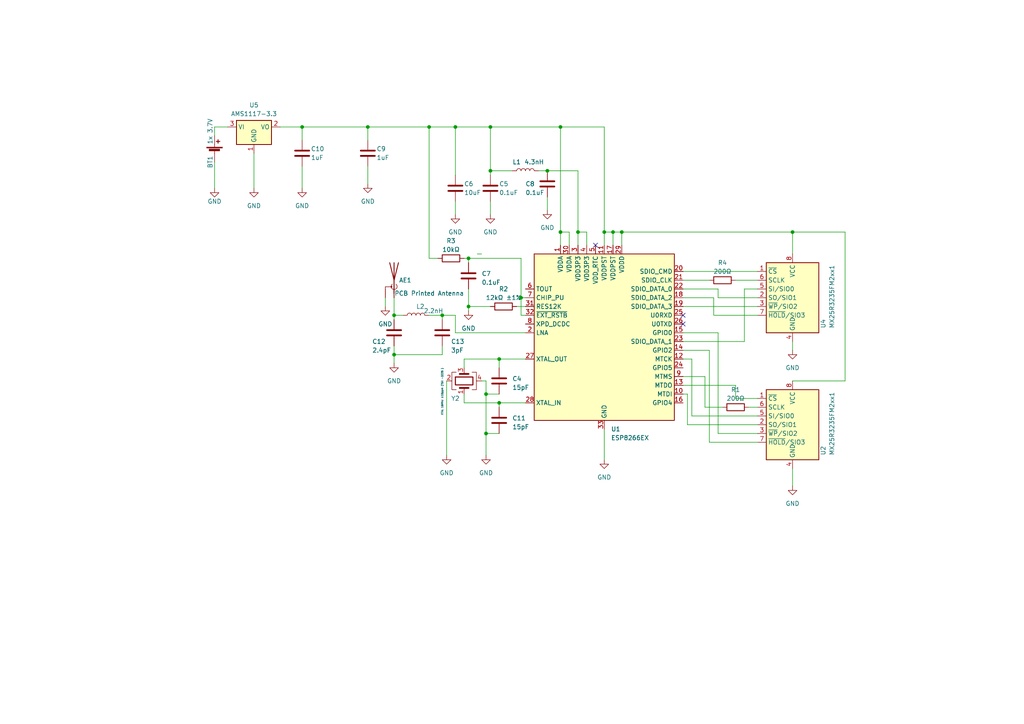
<source format=kicad_sch>
(kicad_sch (version 20230121) (generator eeschema)

  (uuid de37416f-2273-481a-bd7e-d92c2e99b78a)

  (paper "A4")

  (title_block
    (title "Full Wireless Communication System - Tractian")
    (date "2023-05-10")
    (rev "2")
  )

  (lib_symbols
    (symbol "Device:Antenna_Shield" (pin_numbers hide) (pin_names (offset 1.016) hide) (in_bom yes) (on_board yes)
      (property "Reference" "AE" (at -1.905 4.445 0)
        (effects (font (size 1.27 1.27)) (justify right))
      )
      (property "Value" "Antenna_Shield" (at -1.905 2.54 0)
        (effects (font (size 1.27 1.27)) (justify right))
      )
      (property "Footprint" "" (at 0 2.54 0)
        (effects (font (size 1.27 1.27)) hide)
      )
      (property "Datasheet" "~" (at 0 2.54 0)
        (effects (font (size 1.27 1.27)) hide)
      )
      (property "ki_keywords" "antenna" (at 0 0 0)
        (effects (font (size 1.27 1.27)) hide)
      )
      (property "ki_description" "Antenna with extra pin for shielding" (at 0 0 0)
        (effects (font (size 1.27 1.27)) hide)
      )
      (symbol "Antenna_Shield_0_1"
        (arc (start -0.508 -1.143) (mid -0.8429 -2.1194) (end 0 -2.667)
          (stroke (width 0) (type default))
          (fill (type none))
        )
        (arc (start 0 -2.667) (mid 0.7989 -2.1052) (end 0.508 -1.143)
          (stroke (width 0) (type default))
          (fill (type none))
        )
        (polyline
          (pts
            (xy 0 -2.54)
            (xy 0 0)
          )
          (stroke (width 0) (type default))
          (fill (type none))
        )
        (polyline
          (pts
            (xy 0 5.08)
            (xy 0 -3.81)
          )
          (stroke (width 0.254) (type default))
          (fill (type none))
        )
        (polyline
          (pts
            (xy 0.762 -1.905)
            (xy 2.54 -1.905)
          )
          (stroke (width 0) (type default))
          (fill (type none))
        )
        (polyline
          (pts
            (xy 2.54 -2.54)
            (xy 2.54 -1.905)
          )
          (stroke (width 0) (type default))
          (fill (type none))
        )
        (polyline
          (pts
            (xy 1.27 5.08)
            (xy 0 0)
            (xy -1.27 5.08)
          )
          (stroke (width 0.254) (type default))
          (fill (type none))
        )
        (circle (center 0.762 -1.905) (radius 0.1778)
          (stroke (width 0) (type default))
          (fill (type outline))
        )
      )
      (symbol "Antenna_Shield_1_1"
        (pin input line (at 0 -5.08 90) (length 2.54)
          (name "A" (effects (font (size 1.27 1.27))))
          (number "1" (effects (font (size 1.27 1.27))))
        )
        (pin input line (at 2.54 -5.08 90) (length 2.54)
          (name "Shield" (effects (font (size 1.27 1.27))))
          (number "2" (effects (font (size 1.27 1.27))))
        )
      )
    )
    (symbol "Device:Battery_Cell" (pin_numbers hide) (pin_names (offset 0) hide) (in_bom yes) (on_board yes)
      (property "Reference" "BT" (at 2.54 2.54 0)
        (effects (font (size 1.27 1.27)) (justify left))
      )
      (property "Value" "Battery_Cell" (at 2.54 0 0)
        (effects (font (size 1.27 1.27)) (justify left))
      )
      (property "Footprint" "" (at 0 1.524 90)
        (effects (font (size 1.27 1.27)) hide)
      )
      (property "Datasheet" "~" (at 0 1.524 90)
        (effects (font (size 1.27 1.27)) hide)
      )
      (property "ki_keywords" "battery cell" (at 0 0 0)
        (effects (font (size 1.27 1.27)) hide)
      )
      (property "ki_description" "Single-cell battery" (at 0 0 0)
        (effects (font (size 1.27 1.27)) hide)
      )
      (symbol "Battery_Cell_0_1"
        (rectangle (start -2.286 1.778) (end 2.286 1.524)
          (stroke (width 0) (type default))
          (fill (type outline))
        )
        (rectangle (start -1.5748 1.1938) (end 1.4732 0.6858)
          (stroke (width 0) (type default))
          (fill (type outline))
        )
        (polyline
          (pts
            (xy 0 0.762)
            (xy 0 0)
          )
          (stroke (width 0) (type default))
          (fill (type none))
        )
        (polyline
          (pts
            (xy 0 1.778)
            (xy 0 2.54)
          )
          (stroke (width 0) (type default))
          (fill (type none))
        )
        (polyline
          (pts
            (xy 0.508 3.429)
            (xy 1.524 3.429)
          )
          (stroke (width 0.254) (type default))
          (fill (type none))
        )
        (polyline
          (pts
            (xy 1.016 3.937)
            (xy 1.016 2.921)
          )
          (stroke (width 0.254) (type default))
          (fill (type none))
        )
      )
      (symbol "Battery_Cell_1_1"
        (pin passive line (at 0 5.08 270) (length 2.54)
          (name "+" (effects (font (size 1.27 1.27))))
          (number "1" (effects (font (size 1.27 1.27))))
        )
        (pin passive line (at 0 -2.54 90) (length 2.54)
          (name "-" (effects (font (size 1.27 1.27))))
          (number "2" (effects (font (size 1.27 1.27))))
        )
      )
    )
    (symbol "Device:C" (pin_numbers hide) (pin_names (offset 0.254)) (in_bom yes) (on_board yes)
      (property "Reference" "C" (at 0.635 2.54 0)
        (effects (font (size 1.27 1.27)) (justify left))
      )
      (property "Value" "C" (at 0.635 -2.54 0)
        (effects (font (size 1.27 1.27)) (justify left))
      )
      (property "Footprint" "" (at 0.9652 -3.81 0)
        (effects (font (size 1.27 1.27)) hide)
      )
      (property "Datasheet" "~" (at 0 0 0)
        (effects (font (size 1.27 1.27)) hide)
      )
      (property "ki_keywords" "cap capacitor" (at 0 0 0)
        (effects (font (size 1.27 1.27)) hide)
      )
      (property "ki_description" "Unpolarized capacitor" (at 0 0 0)
        (effects (font (size 1.27 1.27)) hide)
      )
      (property "ki_fp_filters" "C_*" (at 0 0 0)
        (effects (font (size 1.27 1.27)) hide)
      )
      (symbol "C_0_1"
        (polyline
          (pts
            (xy -2.032 -0.762)
            (xy 2.032 -0.762)
          )
          (stroke (width 0.508) (type default))
          (fill (type none))
        )
        (polyline
          (pts
            (xy -2.032 0.762)
            (xy 2.032 0.762)
          )
          (stroke (width 0.508) (type default))
          (fill (type none))
        )
      )
      (symbol "C_1_1"
        (pin passive line (at 0 3.81 270) (length 2.794)
          (name "~" (effects (font (size 1.27 1.27))))
          (number "1" (effects (font (size 1.27 1.27))))
        )
        (pin passive line (at 0 -3.81 90) (length 2.794)
          (name "~" (effects (font (size 1.27 1.27))))
          (number "2" (effects (font (size 1.27 1.27))))
        )
      )
    )
    (symbol "Device:Crystal_GND24" (pin_names (offset 1.016) hide) (in_bom yes) (on_board yes)
      (property "Reference" "Y" (at 3.175 5.08 0)
        (effects (font (size 1.27 1.27)) (justify left))
      )
      (property "Value" "Crystal_GND24" (at 3.175 3.175 0)
        (effects (font (size 1.27 1.27)) (justify left))
      )
      (property "Footprint" "" (at 0 0 0)
        (effects (font (size 1.27 1.27)) hide)
      )
      (property "Datasheet" "~" (at 0 0 0)
        (effects (font (size 1.27 1.27)) hide)
      )
      (property "ki_keywords" "quartz ceramic resonator oscillator" (at 0 0 0)
        (effects (font (size 1.27 1.27)) hide)
      )
      (property "ki_description" "Four pin crystal, GND on pins 2 and 4" (at 0 0 0)
        (effects (font (size 1.27 1.27)) hide)
      )
      (property "ki_fp_filters" "Crystal*" (at 0 0 0)
        (effects (font (size 1.27 1.27)) hide)
      )
      (symbol "Crystal_GND24_0_1"
        (rectangle (start -1.143 2.54) (end 1.143 -2.54)
          (stroke (width 0.3048) (type default))
          (fill (type none))
        )
        (polyline
          (pts
            (xy -2.54 0)
            (xy -2.032 0)
          )
          (stroke (width 0) (type default))
          (fill (type none))
        )
        (polyline
          (pts
            (xy -2.032 -1.27)
            (xy -2.032 1.27)
          )
          (stroke (width 0.508) (type default))
          (fill (type none))
        )
        (polyline
          (pts
            (xy 0 -3.81)
            (xy 0 -3.556)
          )
          (stroke (width 0) (type default))
          (fill (type none))
        )
        (polyline
          (pts
            (xy 0 3.556)
            (xy 0 3.81)
          )
          (stroke (width 0) (type default))
          (fill (type none))
        )
        (polyline
          (pts
            (xy 2.032 -1.27)
            (xy 2.032 1.27)
          )
          (stroke (width 0.508) (type default))
          (fill (type none))
        )
        (polyline
          (pts
            (xy 2.032 0)
            (xy 2.54 0)
          )
          (stroke (width 0) (type default))
          (fill (type none))
        )
        (polyline
          (pts
            (xy -2.54 -2.286)
            (xy -2.54 -3.556)
            (xy 2.54 -3.556)
            (xy 2.54 -2.286)
          )
          (stroke (width 0) (type default))
          (fill (type none))
        )
        (polyline
          (pts
            (xy -2.54 2.286)
            (xy -2.54 3.556)
            (xy 2.54 3.556)
            (xy 2.54 2.286)
          )
          (stroke (width 0) (type default))
          (fill (type none))
        )
      )
      (symbol "Crystal_GND24_1_1"
        (pin passive line (at -3.81 0 0) (length 1.27)
          (name "1" (effects (font (size 1.27 1.27))))
          (number "1" (effects (font (size 1.27 1.27))))
        )
        (pin passive line (at 0 5.08 270) (length 1.27)
          (name "2" (effects (font (size 1.27 1.27))))
          (number "2" (effects (font (size 1.27 1.27))))
        )
        (pin passive line (at 3.81 0 180) (length 1.27)
          (name "3" (effects (font (size 1.27 1.27))))
          (number "3" (effects (font (size 1.27 1.27))))
        )
        (pin passive line (at 0 -5.08 90) (length 1.27)
          (name "4" (effects (font (size 1.27 1.27))))
          (number "4" (effects (font (size 1.27 1.27))))
        )
      )
    )
    (symbol "Device:L" (pin_numbers hide) (pin_names (offset 1.016) hide) (in_bom yes) (on_board yes)
      (property "Reference" "L" (at -1.27 0 90)
        (effects (font (size 1.27 1.27)))
      )
      (property "Value" "L" (at 1.905 0 90)
        (effects (font (size 1.27 1.27)))
      )
      (property "Footprint" "" (at 0 0 0)
        (effects (font (size 1.27 1.27)) hide)
      )
      (property "Datasheet" "~" (at 0 0 0)
        (effects (font (size 1.27 1.27)) hide)
      )
      (property "ki_keywords" "inductor choke coil reactor magnetic" (at 0 0 0)
        (effects (font (size 1.27 1.27)) hide)
      )
      (property "ki_description" "Inductor" (at 0 0 0)
        (effects (font (size 1.27 1.27)) hide)
      )
      (property "ki_fp_filters" "Choke_* *Coil* Inductor_* L_*" (at 0 0 0)
        (effects (font (size 1.27 1.27)) hide)
      )
      (symbol "L_0_1"
        (arc (start 0 -2.54) (mid 0.6323 -1.905) (end 0 -1.27)
          (stroke (width 0) (type default))
          (fill (type none))
        )
        (arc (start 0 -1.27) (mid 0.6323 -0.635) (end 0 0)
          (stroke (width 0) (type default))
          (fill (type none))
        )
        (arc (start 0 0) (mid 0.6323 0.635) (end 0 1.27)
          (stroke (width 0) (type default))
          (fill (type none))
        )
        (arc (start 0 1.27) (mid 0.6323 1.905) (end 0 2.54)
          (stroke (width 0) (type default))
          (fill (type none))
        )
      )
      (symbol "L_1_1"
        (pin passive line (at 0 3.81 270) (length 1.27)
          (name "1" (effects (font (size 1.27 1.27))))
          (number "1" (effects (font (size 1.27 1.27))))
        )
        (pin passive line (at 0 -3.81 90) (length 1.27)
          (name "2" (effects (font (size 1.27 1.27))))
          (number "2" (effects (font (size 1.27 1.27))))
        )
      )
    )
    (symbol "Device:R" (pin_numbers hide) (pin_names (offset 0)) (in_bom yes) (on_board yes)
      (property "Reference" "R" (at 2.032 0 90)
        (effects (font (size 1.27 1.27)))
      )
      (property "Value" "R" (at 0 0 90)
        (effects (font (size 1.27 1.27)))
      )
      (property "Footprint" "" (at -1.778 0 90)
        (effects (font (size 1.27 1.27)) hide)
      )
      (property "Datasheet" "~" (at 0 0 0)
        (effects (font (size 1.27 1.27)) hide)
      )
      (property "ki_keywords" "R res resistor" (at 0 0 0)
        (effects (font (size 1.27 1.27)) hide)
      )
      (property "ki_description" "Resistor" (at 0 0 0)
        (effects (font (size 1.27 1.27)) hide)
      )
      (property "ki_fp_filters" "R_*" (at 0 0 0)
        (effects (font (size 1.27 1.27)) hide)
      )
      (symbol "R_0_1"
        (rectangle (start -1.016 -2.54) (end 1.016 2.54)
          (stroke (width 0.254) (type default))
          (fill (type none))
        )
      )
      (symbol "R_1_1"
        (pin passive line (at 0 3.81 270) (length 1.27)
          (name "~" (effects (font (size 1.27 1.27))))
          (number "1" (effects (font (size 1.27 1.27))))
        )
        (pin passive line (at 0 -3.81 90) (length 1.27)
          (name "~" (effects (font (size 1.27 1.27))))
          (number "2" (effects (font (size 1.27 1.27))))
        )
      )
    )
    (symbol "MCU_Espressif:ESP8266EX" (in_bom yes) (on_board yes)
      (property "Reference" "U" (at 0 2.54 0)
        (effects (font (size 1.27 1.27)))
      )
      (property "Value" "ESP8266EX" (at 0 -2.54 0)
        (effects (font (size 1.27 1.27)))
      )
      (property "Footprint" "Package_DFN_QFN:QFN-32-1EP_5x5mm_P0.5mm_EP3.45x3.45mm" (at 0 -33.02 0)
        (effects (font (size 1.27 1.27)) hide)
      )
      (property "Datasheet" "http://espressif.com/sites/default/files/documentation/0a-esp8266ex_datasheet_en.pdf" (at 2.54 -33.02 0)
        (effects (font (size 1.27 1.27)) hide)
      )
      (property "ki_keywords" "wifi soc" (at 0 0 0)
        (effects (font (size 1.27 1.27)) hide)
      )
      (property "ki_description" "Highly integrated Wi-Fi SoC, QFN-32" (at 0 0 0)
        (effects (font (size 1.27 1.27)) hide)
      )
      (property "ki_fp_filters" "QFN*1EP*5x5mm*P0.5mm*" (at 0 0 0)
        (effects (font (size 1.27 1.27)) hide)
      )
      (symbol "ESP8266EX_0_1"
        (rectangle (start -20.32 22.86) (end 20.32 -25.4)
          (stroke (width 0.254) (type default))
          (fill (type background))
        )
      )
      (symbol "ESP8266EX_1_1"
        (pin power_in line (at -12.7 25.4 270) (length 2.54)
          (name "VDDA" (effects (font (size 1.27 1.27))))
          (number "1" (effects (font (size 1.27 1.27))))
        )
        (pin bidirectional line (at 22.86 -17.78 180) (length 2.54)
          (name "MTDI" (effects (font (size 1.27 1.27))))
          (number "10" (effects (font (size 1.27 1.27))))
        )
        (pin power_in line (at 0 25.4 270) (length 2.54)
          (name "VDDPST" (effects (font (size 1.27 1.27))))
          (number "11" (effects (font (size 1.27 1.27))))
        )
        (pin bidirectional line (at 22.86 -7.62 180) (length 2.54)
          (name "MTCK" (effects (font (size 1.27 1.27))))
          (number "12" (effects (font (size 1.27 1.27))))
        )
        (pin bidirectional line (at 22.86 -15.24 180) (length 2.54)
          (name "MTDO" (effects (font (size 1.27 1.27))))
          (number "13" (effects (font (size 1.27 1.27))))
        )
        (pin bidirectional line (at 22.86 -5.08 180) (length 2.54)
          (name "GPIO2" (effects (font (size 1.27 1.27))))
          (number "14" (effects (font (size 1.27 1.27))))
        )
        (pin bidirectional line (at 22.86 0 180) (length 2.54)
          (name "GPIO0" (effects (font (size 1.27 1.27))))
          (number "15" (effects (font (size 1.27 1.27))))
        )
        (pin bidirectional line (at 22.86 -20.32 180) (length 2.54)
          (name "GPIO4" (effects (font (size 1.27 1.27))))
          (number "16" (effects (font (size 1.27 1.27))))
        )
        (pin power_in line (at 2.54 25.4 270) (length 2.54)
          (name "VDDPST" (effects (font (size 1.27 1.27))))
          (number "17" (effects (font (size 1.27 1.27))))
        )
        (pin bidirectional line (at 22.86 10.16 180) (length 2.54)
          (name "SDIO_DATA_2" (effects (font (size 1.27 1.27))))
          (number "18" (effects (font (size 1.27 1.27))))
        )
        (pin bidirectional line (at 22.86 7.62 180) (length 2.54)
          (name "SDIO_DATA_3" (effects (font (size 1.27 1.27))))
          (number "19" (effects (font (size 1.27 1.27))))
        )
        (pin bidirectional line (at -22.86 0 0) (length 2.54)
          (name "LNA" (effects (font (size 1.27 1.27))))
          (number "2" (effects (font (size 1.27 1.27))))
        )
        (pin bidirectional line (at 22.86 17.78 180) (length 2.54)
          (name "SDIO_CMD" (effects (font (size 1.27 1.27))))
          (number "20" (effects (font (size 1.27 1.27))))
        )
        (pin bidirectional line (at 22.86 15.24 180) (length 2.54)
          (name "SDIO_CLK" (effects (font (size 1.27 1.27))))
          (number "21" (effects (font (size 1.27 1.27))))
        )
        (pin bidirectional line (at 22.86 12.7 180) (length 2.54)
          (name "SDIO_DATA_0" (effects (font (size 1.27 1.27))))
          (number "22" (effects (font (size 1.27 1.27))))
        )
        (pin bidirectional line (at 22.86 -2.54 180) (length 2.54)
          (name "SDIO_DATA_1" (effects (font (size 1.27 1.27))))
          (number "23" (effects (font (size 1.27 1.27))))
        )
        (pin bidirectional line (at 22.86 -10.16 180) (length 2.54)
          (name "GPIO5" (effects (font (size 1.27 1.27))))
          (number "24" (effects (font (size 1.27 1.27))))
        )
        (pin bidirectional line (at 22.86 5.08 180) (length 2.54)
          (name "U0RXD" (effects (font (size 1.27 1.27))))
          (number "25" (effects (font (size 1.27 1.27))))
        )
        (pin bidirectional line (at 22.86 2.54 180) (length 2.54)
          (name "U0TXD" (effects (font (size 1.27 1.27))))
          (number "26" (effects (font (size 1.27 1.27))))
        )
        (pin bidirectional line (at -22.86 -7.62 0) (length 2.54)
          (name "XTAL_OUT" (effects (font (size 1.27 1.27))))
          (number "27" (effects (font (size 1.27 1.27))))
        )
        (pin bidirectional line (at -22.86 -20.32 0) (length 2.54)
          (name "XTAL_IN" (effects (font (size 1.27 1.27))))
          (number "28" (effects (font (size 1.27 1.27))))
        )
        (pin power_in line (at 5.08 25.4 270) (length 2.54)
          (name "VDDD" (effects (font (size 1.27 1.27))))
          (number "29" (effects (font (size 1.27 1.27))))
        )
        (pin power_in line (at -7.62 25.4 270) (length 2.54)
          (name "VDD3P3" (effects (font (size 1.27 1.27))))
          (number "3" (effects (font (size 1.27 1.27))))
        )
        (pin power_in line (at -10.16 25.4 270) (length 2.54)
          (name "VDDA" (effects (font (size 1.27 1.27))))
          (number "30" (effects (font (size 1.27 1.27))))
        )
        (pin input line (at -22.86 7.62 0) (length 2.54)
          (name "RES12K" (effects (font (size 1.27 1.27))))
          (number "31" (effects (font (size 1.27 1.27))))
        )
        (pin input line (at -22.86 5.08 0) (length 2.54)
          (name "~{EXT_RSTB}" (effects (font (size 1.27 1.27))))
          (number "32" (effects (font (size 1.27 1.27))))
        )
        (pin power_in line (at 0 -27.94 90) (length 2.54)
          (name "GND" (effects (font (size 1.27 1.27))))
          (number "33" (effects (font (size 1.27 1.27))))
        )
        (pin power_in line (at -5.08 25.4 270) (length 2.54)
          (name "VDD3P3" (effects (font (size 1.27 1.27))))
          (number "4" (effects (font (size 1.27 1.27))))
        )
        (pin power_in line (at -2.54 25.4 270) (length 2.54)
          (name "VDD_RTC" (effects (font (size 1.27 1.27))))
          (number "5" (effects (font (size 1.27 1.27))))
        )
        (pin input line (at -22.86 12.7 0) (length 2.54)
          (name "TOUT" (effects (font (size 1.27 1.27))))
          (number "6" (effects (font (size 1.27 1.27))))
        )
        (pin input line (at -22.86 10.16 0) (length 2.54)
          (name "CHIP_PU" (effects (font (size 1.27 1.27))))
          (number "7" (effects (font (size 1.27 1.27))))
        )
        (pin bidirectional line (at -22.86 2.54 0) (length 2.54)
          (name "XPD_DCDC" (effects (font (size 1.27 1.27))))
          (number "8" (effects (font (size 1.27 1.27))))
        )
        (pin bidirectional line (at 22.86 -12.7 180) (length 2.54)
          (name "MTMS" (effects (font (size 1.27 1.27))))
          (number "9" (effects (font (size 1.27 1.27))))
        )
      )
    )
    (symbol "Memory_Flash:MX25R3235FM2xx1" (in_bom yes) (on_board yes)
      (property "Reference" "U" (at -5.08 11.43 0)
        (effects (font (size 1.27 1.27)))
      )
      (property "Value" "MX25R3235FM2xx1" (at 11.43 11.43 0)
        (effects (font (size 1.27 1.27)))
      )
      (property "Footprint" "Package_SO:SOP-8_5.28x5.23mm_P1.27mm" (at 0 -15.24 0)
        (effects (font (size 1.27 1.27)) hide)
      )
      (property "Datasheet" "http://www.macronix.com/Lists/Datasheet/Attachments/7534/MX25R3235F,%20Wide%20Range,%2032Mb,%20v1.6.pdf" (at 0 0 0)
        (effects (font (size 1.27 1.27)) hide)
      )
      (property "ki_keywords" "SPI 32Mbit 1.65V-3.6V" (at 0 0 0)
        (effects (font (size 1.27 1.27)) hide)
      )
      (property "ki_description" "32-Mbit, Wide Range Voltage SPI Serial Flash Memory, SOP-8" (at 0 0 0)
        (effects (font (size 1.27 1.27)) hide)
      )
      (property "ki_fp_filters" "SOP*5.28x5.23mm*P1.27mm*" (at 0 0 0)
        (effects (font (size 1.27 1.27)) hide)
      )
      (symbol "MX25R3235FM2xx1_0_1"
        (rectangle (start -7.62 10.16) (end 7.62 -10.16)
          (stroke (width 0.254) (type default))
          (fill (type background))
        )
      )
      (symbol "MX25R3235FM2xx1_1_1"
        (pin input line (at -10.16 7.62 0) (length 2.54)
          (name "~{CS}" (effects (font (size 1.27 1.27))))
          (number "1" (effects (font (size 1.27 1.27))))
        )
        (pin bidirectional line (at -10.16 0 0) (length 2.54)
          (name "SO/SIO1" (effects (font (size 1.27 1.27))))
          (number "2" (effects (font (size 1.27 1.27))))
        )
        (pin bidirectional line (at -10.16 -2.54 0) (length 2.54)
          (name "~{WP}/SIO2" (effects (font (size 1.27 1.27))))
          (number "3" (effects (font (size 1.27 1.27))))
        )
        (pin power_in line (at 0 -12.7 90) (length 2.54)
          (name "GND" (effects (font (size 1.27 1.27))))
          (number "4" (effects (font (size 1.27 1.27))))
        )
        (pin bidirectional line (at -10.16 2.54 0) (length 2.54)
          (name "SI/SIO0" (effects (font (size 1.27 1.27))))
          (number "5" (effects (font (size 1.27 1.27))))
        )
        (pin input line (at -10.16 5.08 0) (length 2.54)
          (name "SCLK" (effects (font (size 1.27 1.27))))
          (number "6" (effects (font (size 1.27 1.27))))
        )
        (pin bidirectional line (at -10.16 -5.08 0) (length 2.54)
          (name "~{HOLD}/SIO3" (effects (font (size 1.27 1.27))))
          (number "7" (effects (font (size 1.27 1.27))))
        )
        (pin power_in line (at 0 12.7 270) (length 2.54)
          (name "VCC" (effects (font (size 1.27 1.27))))
          (number "8" (effects (font (size 1.27 1.27))))
        )
      )
    )
    (symbol "Regulator_Linear:AMS1117-3.3" (in_bom yes) (on_board yes)
      (property "Reference" "U" (at -3.81 3.175 0)
        (effects (font (size 1.27 1.27)))
      )
      (property "Value" "AMS1117-3.3" (at 0 3.175 0)
        (effects (font (size 1.27 1.27)) (justify left))
      )
      (property "Footprint" "Package_TO_SOT_SMD:SOT-223-3_TabPin2" (at 0 5.08 0)
        (effects (font (size 1.27 1.27)) hide)
      )
      (property "Datasheet" "http://www.advanced-monolithic.com/pdf/ds1117.pdf" (at 2.54 -6.35 0)
        (effects (font (size 1.27 1.27)) hide)
      )
      (property "ki_keywords" "linear regulator ldo fixed positive" (at 0 0 0)
        (effects (font (size 1.27 1.27)) hide)
      )
      (property "ki_description" "1A Low Dropout regulator, positive, 3.3V fixed output, SOT-223" (at 0 0 0)
        (effects (font (size 1.27 1.27)) hide)
      )
      (property "ki_fp_filters" "SOT?223*TabPin2*" (at 0 0 0)
        (effects (font (size 1.27 1.27)) hide)
      )
      (symbol "AMS1117-3.3_0_1"
        (rectangle (start -5.08 -5.08) (end 5.08 1.905)
          (stroke (width 0.254) (type default))
          (fill (type background))
        )
      )
      (symbol "AMS1117-3.3_1_1"
        (pin power_in line (at 0 -7.62 90) (length 2.54)
          (name "GND" (effects (font (size 1.27 1.27))))
          (number "1" (effects (font (size 1.27 1.27))))
        )
        (pin power_out line (at 7.62 0 180) (length 2.54)
          (name "VO" (effects (font (size 1.27 1.27))))
          (number "2" (effects (font (size 1.27 1.27))))
        )
        (pin power_in line (at -7.62 0 0) (length 2.54)
          (name "VI" (effects (font (size 1.27 1.27))))
          (number "3" (effects (font (size 1.27 1.27))))
        )
      )
    )
    (symbol "power:GND" (power) (pin_names (offset 0)) (in_bom yes) (on_board yes)
      (property "Reference" "#PWR" (at 0 -6.35 0)
        (effects (font (size 1.27 1.27)) hide)
      )
      (property "Value" "GND" (at 0 -3.81 0)
        (effects (font (size 1.27 1.27)))
      )
      (property "Footprint" "" (at 0 0 0)
        (effects (font (size 1.27 1.27)) hide)
      )
      (property "Datasheet" "" (at 0 0 0)
        (effects (font (size 1.27 1.27)) hide)
      )
      (property "ki_keywords" "global power" (at 0 0 0)
        (effects (font (size 1.27 1.27)) hide)
      )
      (property "ki_description" "Power symbol creates a global label with name \"GND\" , ground" (at 0 0 0)
        (effects (font (size 1.27 1.27)) hide)
      )
      (symbol "GND_0_1"
        (polyline
          (pts
            (xy 0 0)
            (xy 0 -1.27)
            (xy 1.27 -1.27)
            (xy 0 -2.54)
            (xy -1.27 -1.27)
            (xy 0 -1.27)
          )
          (stroke (width 0) (type default))
          (fill (type none))
        )
      )
      (symbol "GND_1_1"
        (pin power_in line (at 0 0 270) (length 0) hide
          (name "GND" (effects (font (size 1.27 1.27))))
          (number "1" (effects (font (size 1.27 1.27))))
        )
      )
    )
  )

  (junction (at 135.89 74.93) (diameter 0) (color 0 0 0 0)
    (uuid 0508ee25-de6e-40a9-b13d-2b481c605209)
  )
  (junction (at 135.89 88.9) (diameter 0) (color 0 0 0 0)
    (uuid 0bb45e49-c207-4786-8c52-51226f7f1298)
  )
  (junction (at 180.34 67.31) (diameter 0) (color 0 0 0 0)
    (uuid 12db0e46-b842-4cff-a7c9-5125f7d3d00e)
  )
  (junction (at 175.26 67.31) (diameter 0) (color 0 0 0 0)
    (uuid 2386316e-39b2-4d44-a885-84b3a0829572)
  )
  (junction (at 142.24 36.83) (diameter 0) (color 0 0 0 0)
    (uuid 33acc5dc-4b82-49b7-b07b-db905df231c3)
  )
  (junction (at 124.46 36.83) (diameter 0) (color 0 0 0 0)
    (uuid 3a3104ad-e2f1-4231-8424-eb54733a78ad)
  )
  (junction (at 140.97 114.3) (diameter 0) (color 0 0 0 0)
    (uuid 3b6d4700-3f7d-47a9-b928-67dae155bc78)
  )
  (junction (at 114.3 91.44) (diameter 0) (color 0 0 0 0)
    (uuid 4d5ffcf1-7a8d-4e9f-9035-f1da643bffa2)
  )
  (junction (at 106.68 36.83) (diameter 0) (color 0 0 0 0)
    (uuid 504aff83-6c62-46d5-93e7-76e0246d0cf0)
  )
  (junction (at 132.08 36.83) (diameter 0) (color 0 0 0 0)
    (uuid 518383fe-5c07-4196-b5a9-6f6c13770128)
  )
  (junction (at 167.64 67.31) (diameter 0) (color 0 0 0 0)
    (uuid 58030afc-7083-4900-8123-a2709e34aa16)
  )
  (junction (at 229.87 67.31) (diameter 0) (color 0 0 0 0)
    (uuid 59502060-1d1f-4e40-8ebc-e3d4d325a53c)
  )
  (junction (at 144.78 116.84) (diameter 0) (color 0 0 0 0)
    (uuid 614917c8-7a89-445a-8e87-26aa591f1ea9)
  )
  (junction (at 177.8 67.31) (diameter 0) (color 0 0 0 0)
    (uuid 68adbdeb-dd31-4541-9f35-d321625deeb6)
  )
  (junction (at 114.3 102.87) (diameter 0) (color 0 0 0 0)
    (uuid 7ff136b5-3e26-4670-bf61-0804096c93da)
  )
  (junction (at 162.56 67.31) (diameter 0) (color 0 0 0 0)
    (uuid 86b7a583-ae18-4fd6-91e7-f05e1aa135ab)
  )
  (junction (at 128.27 91.44) (diameter 0) (color 0 0 0 0)
    (uuid 8dbc8287-c56d-44a8-ad19-5926900b805f)
  )
  (junction (at 158.75 49.53) (diameter 0) (color 0 0 0 0)
    (uuid 9910f02d-467d-4e06-bf6a-7686a1ea685f)
  )
  (junction (at 151.13 86.36) (diameter 0) (color 0 0 0 0)
    (uuid a31a7965-d85c-45db-aed6-547a8b0ac2b3)
  )
  (junction (at 144.78 104.14) (diameter 0) (color 0 0 0 0)
    (uuid b7572665-24cf-4931-bcbb-60d3626e6de8)
  )
  (junction (at 142.24 49.53) (diameter 0) (color 0 0 0 0)
    (uuid cd80264d-e822-481e-b7a1-b609c33990a7)
  )
  (junction (at 162.56 36.83) (diameter 0) (color 0 0 0 0)
    (uuid d99a5af2-9ca2-4111-a578-676da866010f)
  )
  (junction (at 87.63 36.83) (diameter 0) (color 0 0 0 0)
    (uuid e33ed184-26a8-4498-b6b3-d8f1a731ec4c)
  )
  (junction (at 140.97 125.73) (diameter 0) (color 0 0 0 0)
    (uuid ff9f537f-0154-40c1-b571-193d541db472)
  )

  (no_connect (at 198.12 93.98) (uuid 3ea4e69a-9f23-4475-8ba8-8927411a0509))
  (no_connect (at 172.72 71.12) (uuid 4ff1c2db-55dd-49e2-af1c-0334fbd5d79a))
  (no_connect (at 198.12 91.44) (uuid e1d929d6-3480-4b05-9fe0-c54a82908348))

  (wire (pts (xy 135.89 88.9) (xy 135.89 90.17))
    (stroke (width 0) (type default))
    (uuid 0102275f-a34b-4ed7-ae17-06567e6943ee)
  )
  (wire (pts (xy 129.54 110.49) (xy 129.54 132.08))
    (stroke (width 0) (type default))
    (uuid 0a376356-6a69-4845-90bb-ce07041c50b3)
  )
  (wire (pts (xy 215.9 83.82) (xy 215.9 99.06))
    (stroke (width 0) (type default))
    (uuid 0a93d93c-729a-4572-a8f5-b69229756e28)
  )
  (wire (pts (xy 152.4 86.36) (xy 151.13 86.36))
    (stroke (width 0) (type default))
    (uuid 0a9e9666-135a-4cc7-8382-b3faffdc396f)
  )
  (wire (pts (xy 144.78 106.68) (xy 144.78 104.14))
    (stroke (width 0) (type default))
    (uuid 0ac723d0-f9fc-453e-96b7-50e74a490c9e)
  )
  (wire (pts (xy 175.26 67.31) (xy 177.8 67.31))
    (stroke (width 0) (type default))
    (uuid 0c8921e2-3f74-4e81-9236-3392c5a2abdd)
  )
  (wire (pts (xy 106.68 48.26) (xy 106.68 53.34))
    (stroke (width 0) (type default))
    (uuid 10d008a3-0a62-4261-a39e-27a3c25c3562)
  )
  (wire (pts (xy 229.87 110.49) (xy 245.11 110.49))
    (stroke (width 0) (type default))
    (uuid 18409ce7-bad8-4781-aaea-a39181d11b7f)
  )
  (wire (pts (xy 135.89 74.93) (xy 151.13 74.93))
    (stroke (width 0) (type default))
    (uuid 2528a690-dcf2-4ea5-a01f-d47f89d00f67)
  )
  (wire (pts (xy 114.3 86.36) (xy 114.3 91.44))
    (stroke (width 0) (type default))
    (uuid 26d735dd-cfeb-435a-af92-039fccbdd570)
  )
  (wire (pts (xy 132.08 96.52) (xy 132.08 91.44))
    (stroke (width 0) (type default))
    (uuid 2804f1ec-d7b4-4223-a8c1-25daf58d0c4b)
  )
  (wire (pts (xy 204.47 118.11) (xy 204.47 109.22))
    (stroke (width 0) (type default))
    (uuid 28168abf-993a-4dc6-bdb1-37161c32fb89)
  )
  (wire (pts (xy 106.68 36.83) (xy 106.68 40.64))
    (stroke (width 0) (type default))
    (uuid 2a3c7962-7eb8-46d3-8d33-adba908d3d91)
  )
  (wire (pts (xy 134.62 106.68) (xy 134.62 104.14))
    (stroke (width 0) (type default))
    (uuid 2a5ee7fa-da46-40d7-91f1-78bf4bd56012)
  )
  (wire (pts (xy 207.01 86.36) (xy 198.12 86.36))
    (stroke (width 0) (type default))
    (uuid 2b1af0a7-5d73-4801-970e-47b65aa5cf90)
  )
  (wire (pts (xy 229.87 99.06) (xy 229.87 101.6))
    (stroke (width 0) (type default))
    (uuid 2bf45602-9013-4264-b20e-4a84c47a8122)
  )
  (wire (pts (xy 175.26 124.46) (xy 175.26 133.35))
    (stroke (width 0) (type default))
    (uuid 2c23996d-60a1-46c1-88a9-32d8cbb5d404)
  )
  (wire (pts (xy 167.64 49.53) (xy 158.75 49.53))
    (stroke (width 0) (type default))
    (uuid 2f46e456-55f8-4364-9852-01fc7bfa75b5)
  )
  (wire (pts (xy 198.12 96.52) (xy 208.28 96.52))
    (stroke (width 0) (type default))
    (uuid 2f9e9670-4cca-4771-afc5-72e47164ebe4)
  )
  (wire (pts (xy 142.24 49.53) (xy 142.24 50.8))
    (stroke (width 0) (type default))
    (uuid 31aaa9e5-5b9b-406f-8e15-5fa5095aa4f6)
  )
  (wire (pts (xy 200.66 104.14) (xy 198.12 104.14))
    (stroke (width 0) (type default))
    (uuid 36a24bf8-9b0b-4c30-bee6-0aae68e1a91e)
  )
  (wire (pts (xy 175.26 36.83) (xy 175.26 67.31))
    (stroke (width 0) (type default))
    (uuid 394837a1-168e-42e4-b3ad-02310f94da33)
  )
  (wire (pts (xy 219.71 123.19) (xy 199.39 123.19))
    (stroke (width 0) (type default))
    (uuid 3a5da7a8-e5d8-42ae-b443-72784dae9e16)
  )
  (wire (pts (xy 175.26 67.31) (xy 175.26 71.12))
    (stroke (width 0) (type default))
    (uuid 3d86d95a-ba24-4c37-91ca-59bad5706cf0)
  )
  (wire (pts (xy 198.12 78.74) (xy 219.71 78.74))
    (stroke (width 0) (type default))
    (uuid 3dbd0008-d3a4-4503-89a8-7cd2a15056b3)
  )
  (wire (pts (xy 140.97 110.49) (xy 140.97 114.3))
    (stroke (width 0) (type default))
    (uuid 3f430761-0098-4148-9330-0da5b7470585)
  )
  (wire (pts (xy 142.24 36.83) (xy 142.24 49.53))
    (stroke (width 0) (type default))
    (uuid 41b0e288-b9ef-4264-8732-cb8f6ccffd6d)
  )
  (wire (pts (xy 219.71 91.44) (xy 207.01 91.44))
    (stroke (width 0) (type default))
    (uuid 441ae4db-bb51-4a27-a884-5f2ebb6a18fc)
  )
  (wire (pts (xy 134.62 104.14) (xy 144.78 104.14))
    (stroke (width 0) (type default))
    (uuid 45f6b75f-3da3-4c92-a8de-21d505e8b596)
  )
  (wire (pts (xy 106.68 36.83) (xy 124.46 36.83))
    (stroke (width 0) (type default))
    (uuid 478951dd-4529-41e9-b509-adc9fc83e8db)
  )
  (wire (pts (xy 208.28 96.52) (xy 208.28 125.73))
    (stroke (width 0) (type default))
    (uuid 48df320a-05ec-4b6b-8fed-27eba1b410af)
  )
  (wire (pts (xy 229.87 67.31) (xy 180.34 67.31))
    (stroke (width 0) (type default))
    (uuid 49466b95-2435-4933-8c21-262348a90e6d)
  )
  (wire (pts (xy 128.27 100.33) (xy 128.27 102.87))
    (stroke (width 0) (type default))
    (uuid 4b109d3c-db4d-43a1-996e-63d4fb7de48d)
  )
  (wire (pts (xy 213.36 115.57) (xy 213.36 111.76))
    (stroke (width 0) (type default))
    (uuid 4cfd9cdf-c1ab-4a0e-9b1b-179735593c1b)
  )
  (wire (pts (xy 111.76 86.36) (xy 111.76 88.9))
    (stroke (width 0) (type default))
    (uuid 4e2f19ae-b262-4bfa-b050-3a450a6172da)
  )
  (wire (pts (xy 177.8 67.31) (xy 180.34 67.31))
    (stroke (width 0) (type default))
    (uuid 4f896bb8-d6ee-4e7c-a6ce-11144a322e8f)
  )
  (wire (pts (xy 215.9 99.06) (xy 198.12 99.06))
    (stroke (width 0) (type default))
    (uuid 533c4bd8-42ec-4f30-8e1f-727ea9526927)
  )
  (wire (pts (xy 62.23 39.37) (xy 62.23 36.83))
    (stroke (width 0) (type default))
    (uuid 53d036a7-fed1-4349-b51f-ba0ddb0d47b6)
  )
  (wire (pts (xy 114.3 91.44) (xy 116.84 91.44))
    (stroke (width 0) (type default))
    (uuid 5a0ffd89-9f26-4b3a-8fec-4706c5c91d0e)
  )
  (wire (pts (xy 162.56 36.83) (xy 162.56 67.31))
    (stroke (width 0) (type default))
    (uuid 5d47f4c4-b0c2-445e-bdc8-ec09eb625696)
  )
  (wire (pts (xy 142.24 49.53) (xy 148.59 49.53))
    (stroke (width 0) (type default))
    (uuid 5d76ddb8-0286-4b19-8237-a3668b352e5a)
  )
  (wire (pts (xy 134.62 116.84) (xy 144.78 116.84))
    (stroke (width 0) (type default))
    (uuid 5dc296e8-4005-4074-a2c9-646837bebcab)
  )
  (wire (pts (xy 170.18 67.31) (xy 167.64 67.31))
    (stroke (width 0) (type default))
    (uuid 5f7ba26d-cea3-47c8-8efb-ed7c44d3942a)
  )
  (wire (pts (xy 198.12 83.82) (xy 208.28 83.82))
    (stroke (width 0) (type default))
    (uuid 61c7a6c6-2d0f-4b58-82ac-681594caff33)
  )
  (wire (pts (xy 200.66 120.65) (xy 200.66 104.14))
    (stroke (width 0) (type default))
    (uuid 6215e57f-c8ae-472c-bfb2-1d0d3c9eef0c)
  )
  (wire (pts (xy 87.63 36.83) (xy 87.63 40.64))
    (stroke (width 0) (type default))
    (uuid 636fb774-d59b-4766-ad8a-9d9dc42abacd)
  )
  (wire (pts (xy 213.36 111.76) (xy 198.12 111.76))
    (stroke (width 0) (type default))
    (uuid 639b5017-be20-4d01-8306-cec2fd9c6f5f)
  )
  (wire (pts (xy 219.71 118.11) (xy 217.17 118.11))
    (stroke (width 0) (type default))
    (uuid 63c15df6-dfd6-411f-96e4-1bf3cb50cd38)
  )
  (wire (pts (xy 162.56 36.83) (xy 175.26 36.83))
    (stroke (width 0) (type default))
    (uuid 64d5c8da-0252-4547-bfc4-f39edccc2ca0)
  )
  (wire (pts (xy 127 74.93) (xy 124.46 74.93))
    (stroke (width 0) (type default))
    (uuid 66362934-6f17-421d-8be3-7a5ba70b8657)
  )
  (wire (pts (xy 142.24 36.83) (xy 162.56 36.83))
    (stroke (width 0) (type default))
    (uuid 69ffb02b-5b03-442e-afc8-d926c171a833)
  )
  (wire (pts (xy 62.23 46.99) (xy 62.23 54.61))
    (stroke (width 0) (type default))
    (uuid 6a2623f4-2634-4e16-b6d9-036e12c0b71c)
  )
  (wire (pts (xy 142.24 58.42) (xy 142.24 62.23))
    (stroke (width 0) (type default))
    (uuid 6af537fe-44fb-4ebc-aa44-31702b001e3e)
  )
  (wire (pts (xy 73.66 44.45) (xy 73.66 54.61))
    (stroke (width 0) (type default))
    (uuid 714b8b5a-d163-49eb-a4cb-e543581208e6)
  )
  (wire (pts (xy 134.62 114.3) (xy 134.62 116.84))
    (stroke (width 0) (type default))
    (uuid 72eb172d-495d-4f42-a631-75a1d73cd6e2)
  )
  (wire (pts (xy 151.13 91.44) (xy 151.13 86.36))
    (stroke (width 0) (type default))
    (uuid 752d56d0-0dd0-446e-9630-a30533c1a9ce)
  )
  (wire (pts (xy 132.08 36.83) (xy 142.24 36.83))
    (stroke (width 0) (type default))
    (uuid 76388eee-02fa-43e3-ae03-e56c060b343e)
  )
  (wire (pts (xy 124.46 91.44) (xy 128.27 91.44))
    (stroke (width 0) (type default))
    (uuid 7d8924fe-86de-47f4-a0df-45a1f35180b9)
  )
  (wire (pts (xy 205.74 128.27) (xy 219.71 128.27))
    (stroke (width 0) (type default))
    (uuid 7df9bc61-132f-4169-af91-493fde80c4a0)
  )
  (wire (pts (xy 165.1 71.12) (xy 165.1 67.31))
    (stroke (width 0) (type default))
    (uuid 7f87e06d-47b2-4ea5-93f6-6d492ac14a89)
  )
  (wire (pts (xy 219.71 83.82) (xy 215.9 83.82))
    (stroke (width 0) (type default))
    (uuid 7fd8619d-f5ac-4926-8962-2e985dafa89c)
  )
  (wire (pts (xy 229.87 135.89) (xy 229.87 140.97))
    (stroke (width 0) (type default))
    (uuid 8212427a-88a3-4be7-93f5-42dd19238d3a)
  )
  (wire (pts (xy 140.97 114.3) (xy 140.97 125.73))
    (stroke (width 0) (type default))
    (uuid 82588490-faaf-4bb9-83d9-273ba2875b9c)
  )
  (wire (pts (xy 152.4 96.52) (xy 132.08 96.52))
    (stroke (width 0) (type default))
    (uuid 82eb4717-8cc5-4e54-9a87-8982ea1b9601)
  )
  (wire (pts (xy 229.87 73.66) (xy 229.87 67.31))
    (stroke (width 0) (type default))
    (uuid 830cc75c-7c18-4fc2-bc28-ad2e1854f050)
  )
  (wire (pts (xy 144.78 114.3) (xy 140.97 114.3))
    (stroke (width 0) (type default))
    (uuid 84e92a57-87a1-4557-9f77-156de50af9a1)
  )
  (wire (pts (xy 140.97 125.73) (xy 140.97 132.08))
    (stroke (width 0) (type default))
    (uuid 88828c4a-abd5-4ee0-974c-479362969eef)
  )
  (wire (pts (xy 209.55 118.11) (xy 204.47 118.11))
    (stroke (width 0) (type default))
    (uuid 88dc9956-8ea1-44c5-a44d-085f468bb8d8)
  )
  (wire (pts (xy 128.27 102.87) (xy 114.3 102.87))
    (stroke (width 0) (type default))
    (uuid 890a840f-4526-4d46-9c2b-1bc17076c913)
  )
  (wire (pts (xy 165.1 67.31) (xy 162.56 67.31))
    (stroke (width 0) (type default))
    (uuid 8a468061-24b4-4a90-9768-07c93bc5af61)
  )
  (wire (pts (xy 213.36 81.28) (xy 219.71 81.28))
    (stroke (width 0) (type default))
    (uuid 8b66522e-f9e9-4608-9c81-c7230f5007f4)
  )
  (wire (pts (xy 204.47 109.22) (xy 198.12 109.22))
    (stroke (width 0) (type default))
    (uuid 8cabce01-9fb2-47d4-b0e0-ee1e7fce5c19)
  )
  (wire (pts (xy 114.3 100.33) (xy 114.3 102.87))
    (stroke (width 0) (type default))
    (uuid 8e42a082-ece9-4826-8bf0-11d002903bb6)
  )
  (wire (pts (xy 128.27 91.44) (xy 128.27 92.71))
    (stroke (width 0) (type default))
    (uuid 8e75d786-094e-4def-a2fa-91f06918fcb4)
  )
  (wire (pts (xy 128.27 91.44) (xy 132.08 91.44))
    (stroke (width 0) (type default))
    (uuid 90adf02c-17ac-4d30-b219-28aaff2baa42)
  )
  (wire (pts (xy 144.78 104.14) (xy 152.4 104.14))
    (stroke (width 0) (type default))
    (uuid 928e780f-e500-43d1-b8d2-c734b5699ea5)
  )
  (wire (pts (xy 87.63 48.26) (xy 87.63 54.61))
    (stroke (width 0) (type default))
    (uuid 94bd95b5-dec8-4043-84a4-b4a319fcd281)
  )
  (wire (pts (xy 198.12 88.9) (xy 219.71 88.9))
    (stroke (width 0) (type default))
    (uuid 952689da-f4c4-4e2a-b129-e03d3c812982)
  )
  (wire (pts (xy 177.8 67.31) (xy 177.8 71.12))
    (stroke (width 0) (type default))
    (uuid 9619565b-dede-415d-a7ad-0fe7a2649b69)
  )
  (wire (pts (xy 132.08 58.42) (xy 132.08 62.23))
    (stroke (width 0) (type default))
    (uuid 96d55c77-8972-473c-a47f-b93d9dd55a67)
  )
  (wire (pts (xy 219.71 115.57) (xy 213.36 115.57))
    (stroke (width 0) (type default))
    (uuid 96f23264-6ce6-4cdb-94d4-284f8ef2ad39)
  )
  (wire (pts (xy 135.89 74.93) (xy 134.62 74.93))
    (stroke (width 0) (type default))
    (uuid 9732fb65-9259-4748-afe7-145323bd2aed)
  )
  (wire (pts (xy 124.46 74.93) (xy 124.46 36.83))
    (stroke (width 0) (type default))
    (uuid 976487fe-1d7a-4b6e-9c71-e8ee24590ec8)
  )
  (wire (pts (xy 62.23 36.83) (xy 66.04 36.83))
    (stroke (width 0) (type default))
    (uuid 9765cf08-5932-4cee-a147-308f14022723)
  )
  (wire (pts (xy 149.86 88.9) (xy 152.4 88.9))
    (stroke (width 0) (type default))
    (uuid 98d6a778-7520-4f7a-994f-cb0e97f75245)
  )
  (wire (pts (xy 162.56 67.31) (xy 162.56 71.12))
    (stroke (width 0) (type default))
    (uuid 9a7c375e-be74-417b-858e-3d36dea52621)
  )
  (wire (pts (xy 151.13 86.36) (xy 151.13 74.93))
    (stroke (width 0) (type default))
    (uuid 9d4e3f7f-58c9-4f54-bd15-2f482fa7b3ef)
  )
  (wire (pts (xy 140.97 125.73) (xy 144.78 125.73))
    (stroke (width 0) (type default))
    (uuid a2a3e24e-a2ad-42d0-bdc7-00275708287e)
  )
  (wire (pts (xy 114.3 102.87) (xy 114.3 105.41))
    (stroke (width 0) (type default))
    (uuid aa5a6d76-1509-4202-aed3-02d84921583a)
  )
  (wire (pts (xy 124.46 36.83) (xy 132.08 36.83))
    (stroke (width 0) (type default))
    (uuid af5de4b8-8a34-40fa-98de-ebf9f1acca21)
  )
  (wire (pts (xy 198.12 114.3) (xy 199.39 114.3))
    (stroke (width 0) (type default))
    (uuid af9067b0-723d-45cc-a2e8-1886ce34f24b)
  )
  (wire (pts (xy 205.74 101.6) (xy 205.74 128.27))
    (stroke (width 0) (type default))
    (uuid b01f6f77-692a-42f7-a833-139c520e9959)
  )
  (wire (pts (xy 135.89 83.82) (xy 135.89 88.9))
    (stroke (width 0) (type default))
    (uuid b5b43782-ed26-4b8b-bdfe-53631076c55e)
  )
  (wire (pts (xy 170.18 71.12) (xy 170.18 67.31))
    (stroke (width 0) (type default))
    (uuid b6d929dc-9458-47bc-9376-a2ee408870a7)
  )
  (wire (pts (xy 207.01 91.44) (xy 207.01 86.36))
    (stroke (width 0) (type default))
    (uuid b6f9a797-62ff-4c95-868c-dbe3257e2d63)
  )
  (wire (pts (xy 199.39 114.3) (xy 199.39 123.19))
    (stroke (width 0) (type default))
    (uuid bbd2986a-9b27-4bde-bc7a-757aab710fb7)
  )
  (wire (pts (xy 198.12 101.6) (xy 205.74 101.6))
    (stroke (width 0) (type default))
    (uuid bbda6548-ebb5-438b-b783-c9a2b5406dc4)
  )
  (wire (pts (xy 139.7 73.66) (xy 138.43 73.66))
    (stroke (width 0) (type default))
    (uuid bc906df5-2e35-4a44-9d8e-f45fd1dc217b)
  )
  (wire (pts (xy 208.28 86.36) (xy 219.71 86.36))
    (stroke (width 0) (type default))
    (uuid be6a613c-cd7a-4c84-a369-592bf4eb1b4c)
  )
  (wire (pts (xy 140.97 110.49) (xy 139.7 110.49))
    (stroke (width 0) (type default))
    (uuid c0b9e159-e9ef-40fb-8ef6-7e7079e75c79)
  )
  (wire (pts (xy 156.21 49.53) (xy 158.75 49.53))
    (stroke (width 0) (type default))
    (uuid c5fcf759-2e7f-483f-90e9-bee68974f6ee)
  )
  (wire (pts (xy 167.64 71.12) (xy 167.64 67.31))
    (stroke (width 0) (type default))
    (uuid c6cbe555-8639-445c-94d7-74857b2d5d09)
  )
  (wire (pts (xy 135.89 88.9) (xy 142.24 88.9))
    (stroke (width 0) (type default))
    (uuid c8ada318-24f0-4455-851f-1872baf88a86)
  )
  (wire (pts (xy 135.89 74.93) (xy 135.89 76.2))
    (stroke (width 0) (type default))
    (uuid ca951739-41be-4549-a804-e26dbc4c2b8c)
  )
  (wire (pts (xy 81.28 36.83) (xy 87.63 36.83))
    (stroke (width 0) (type default))
    (uuid ccc4fa98-1fdc-4568-bdd1-80db65b06d15)
  )
  (wire (pts (xy 87.63 36.83) (xy 106.68 36.83))
    (stroke (width 0) (type default))
    (uuid ccf092c2-e6a2-48d5-95b7-8d7c0e2cd468)
  )
  (wire (pts (xy 167.64 67.31) (xy 167.64 49.53))
    (stroke (width 0) (type default))
    (uuid d22cfddc-44eb-4152-bd3e-a9a9c3142c38)
  )
  (wire (pts (xy 132.08 36.83) (xy 132.08 50.8))
    (stroke (width 0) (type default))
    (uuid dcbca904-49c4-44f9-aa50-8fbddbf0f2ec)
  )
  (wire (pts (xy 114.3 91.44) (xy 114.3 92.71))
    (stroke (width 0) (type default))
    (uuid e0338d60-cd1c-473f-999f-1cd87d561e50)
  )
  (wire (pts (xy 180.34 71.12) (xy 180.34 67.31))
    (stroke (width 0) (type default))
    (uuid e1dbbf9a-958a-4fde-98bf-da58098e48f3)
  )
  (wire (pts (xy 152.4 91.44) (xy 151.13 91.44))
    (stroke (width 0) (type default))
    (uuid e399b06c-f60c-4e66-aa39-9e077da5ea98)
  )
  (wire (pts (xy 144.78 116.84) (xy 144.78 118.11))
    (stroke (width 0) (type default))
    (uuid e6200f47-a91a-48e2-b854-9e5e3993cdd4)
  )
  (wire (pts (xy 208.28 83.82) (xy 208.28 86.36))
    (stroke (width 0) (type default))
    (uuid efb64565-7a76-40a7-80b3-636d5b8fc088)
  )
  (wire (pts (xy 158.75 57.15) (xy 158.75 60.96))
    (stroke (width 0) (type default))
    (uuid f0b5a89c-b7f9-4aed-940b-b11bc84c011a)
  )
  (wire (pts (xy 245.11 110.49) (xy 245.11 67.31))
    (stroke (width 0) (type default))
    (uuid f203b47d-180a-4db7-97ab-41182e7ba5d3)
  )
  (wire (pts (xy 219.71 120.65) (xy 200.66 120.65))
    (stroke (width 0) (type default))
    (uuid f38ab52e-1446-4c4d-adf3-2b0680d9ed6d)
  )
  (wire (pts (xy 144.78 116.84) (xy 152.4 116.84))
    (stroke (width 0) (type default))
    (uuid f6332890-0345-4cf1-9eae-5b96f4fb6ab4)
  )
  (wire (pts (xy 245.11 67.31) (xy 229.87 67.31))
    (stroke (width 0) (type default))
    (uuid f7f70914-5701-4dd1-8d4c-5148b933f227)
  )
  (wire (pts (xy 198.12 81.28) (xy 205.74 81.28))
    (stroke (width 0) (type default))
    (uuid f995c6b9-3373-43ed-a8aa-6707fd582b4a)
  )
  (wire (pts (xy 208.28 125.73) (xy 219.71 125.73))
    (stroke (width 0) (type default))
    (uuid fb98e031-3fcd-4da2-9cec-951bd73f065e)
  )

  (symbol (lib_id "Device:C") (at 114.3 96.52 0) (mirror y) (unit 1)
    (in_bom yes) (on_board yes) (dnp no)
    (uuid 067b36f0-5df1-402f-af33-bcd35e5edbb8)
    (property "Reference" "C12" (at 107.95 99.06 0)
      (effects (font (size 1.27 1.27)) (justify right))
    )
    (property "Value" "2.4pF" (at 107.95 101.6 0)
      (effects (font (size 1.27 1.27)) (justify right))
    )
    (property "Footprint" "Capacitor_SMD:C_0201_0603Metric_Pad0.64x0.40mm_HandSolder" (at 113.3348 100.33 0)
      (effects (font (size 1.27 1.27)) hide)
    )
    (property "Datasheet" "~" (at 114.3 96.52 0)
      (effects (font (size 1.27 1.27)) hide)
    )
    (pin "1" (uuid b7160d67-449b-4a07-afd9-e1a7ad2d6b31))
    (pin "2" (uuid fd454973-9709-4039-942c-cd89d2f5f354))
    (instances
      (project "fullWirelessComTractian"
        (path "/de37416f-2273-481a-bd7e-d92c2e99b78a"
          (reference "C12") (unit 1)
        )
      )
    )
  )

  (symbol (lib_id "Device:C") (at 135.89 80.01 0) (mirror y) (unit 1)
    (in_bom yes) (on_board yes) (dnp no) (fields_autoplaced)
    (uuid 18e403d6-d9dc-4a6b-900c-ba8aef0f9bb4)
    (property "Reference" "C7" (at 139.7 79.375 0)
      (effects (font (size 1.27 1.27)) (justify right))
    )
    (property "Value" "0.1uF" (at 139.7 81.915 0)
      (effects (font (size 1.27 1.27)) (justify right))
    )
    (property "Footprint" "Capacitor_SMD:C_0201_0603Metric_Pad0.64x0.40mm_HandSolder" (at 134.9248 83.82 0)
      (effects (font (size 1.27 1.27)) hide)
    )
    (property "Datasheet" "~" (at 135.89 80.01 0)
      (effects (font (size 1.27 1.27)) hide)
    )
    (pin "1" (uuid 595d2512-e709-47c2-87f1-f9dc84312064))
    (pin "2" (uuid aa16590e-f811-4aed-841d-2266cbbebc55))
    (instances
      (project "fullWirelessComTractian"
        (path "/de37416f-2273-481a-bd7e-d92c2e99b78a"
          (reference "C7") (unit 1)
        )
      )
    )
  )

  (symbol (lib_id "power:GND") (at 175.26 133.35 0) (unit 1)
    (in_bom yes) (on_board yes) (dnp no)
    (uuid 1d7fe548-d65b-41e2-9dc8-763985262a4b)
    (property "Reference" "#PWR08" (at 175.26 139.7 0)
      (effects (font (size 1.27 1.27)) hide)
    )
    (property "Value" "GND" (at 175.26 138.43 0)
      (effects (font (size 1.27 1.27)))
    )
    (property "Footprint" "" (at 175.26 133.35 0)
      (effects (font (size 1.27 1.27)) hide)
    )
    (property "Datasheet" "" (at 175.26 133.35 0)
      (effects (font (size 1.27 1.27)) hide)
    )
    (pin "1" (uuid 09ba6c56-5272-476b-a131-8cb8aba360c8))
    (instances
      (project "fullWirelessComTractian"
        (path "/de37416f-2273-481a-bd7e-d92c2e99b78a"
          (reference "#PWR08") (unit 1)
        )
      )
    )
  )

  (symbol (lib_id "Device:R") (at 213.36 118.11 90) (unit 1)
    (in_bom yes) (on_board yes) (dnp no) (fields_autoplaced)
    (uuid 22b474b0-fe9e-4094-baba-e671f2e31dfb)
    (property "Reference" "R1" (at 213.36 113.03 90)
      (effects (font (size 1.27 1.27)))
    )
    (property "Value" "200Ω" (at 213.36 115.57 90)
      (effects (font (size 1.27 1.27)))
    )
    (property "Footprint" "Resistor_SMD:R_0402_1005Metric_Pad0.72x0.64mm_HandSolder" (at 213.36 119.888 90)
      (effects (font (size 1.27 1.27)) hide)
    )
    (property "Datasheet" "~" (at 213.36 118.11 0)
      (effects (font (size 1.27 1.27)) hide)
    )
    (pin "1" (uuid 00f110f3-7cd6-4886-b1c9-d2717a5810aa))
    (pin "2" (uuid fb47ac7d-2f56-4193-a7a7-7bbc4b8aaaf6))
    (instances
      (project "fullWirelessComTractian"
        (path "/de37416f-2273-481a-bd7e-d92c2e99b78a"
          (reference "R1") (unit 1)
        )
      )
    )
  )

  (symbol (lib_id "power:GND") (at 114.3 105.41 0) (unit 1)
    (in_bom yes) (on_board yes) (dnp no) (fields_autoplaced)
    (uuid 322546ea-8e4a-4220-a67e-9e421c349f1d)
    (property "Reference" "#PWR020" (at 114.3 111.76 0)
      (effects (font (size 1.27 1.27)) hide)
    )
    (property "Value" "GND" (at 114.3 110.49 0)
      (effects (font (size 1.27 1.27)))
    )
    (property "Footprint" "" (at 114.3 105.41 0)
      (effects (font (size 1.27 1.27)) hide)
    )
    (property "Datasheet" "" (at 114.3 105.41 0)
      (effects (font (size 1.27 1.27)) hide)
    )
    (pin "1" (uuid 4baa0d8a-026d-462d-bad1-cb235a29489b))
    (instances
      (project "fullWirelessComTractian"
        (path "/de37416f-2273-481a-bd7e-d92c2e99b78a"
          (reference "#PWR020") (unit 1)
        )
      )
    )
  )

  (symbol (lib_id "power:GND") (at 229.87 140.97 0) (unit 1)
    (in_bom yes) (on_board yes) (dnp no) (fields_autoplaced)
    (uuid 35eda5f1-1f97-4355-b490-07582cea9608)
    (property "Reference" "#PWR01" (at 229.87 147.32 0)
      (effects (font (size 1.27 1.27)) hide)
    )
    (property "Value" "GND" (at 229.87 146.05 0)
      (effects (font (size 1.27 1.27)))
    )
    (property "Footprint" "" (at 229.87 140.97 0)
      (effects (font (size 1.27 1.27)) hide)
    )
    (property "Datasheet" "" (at 229.87 140.97 0)
      (effects (font (size 1.27 1.27)) hide)
    )
    (pin "1" (uuid 0c723bf8-3754-470a-9516-2f5652d3d9ca))
    (instances
      (project "fullWirelessComTractian"
        (path "/de37416f-2273-481a-bd7e-d92c2e99b78a"
          (reference "#PWR01") (unit 1)
        )
      )
    )
  )

  (symbol (lib_id "power:GND") (at 132.08 62.23 0) (unit 1)
    (in_bom yes) (on_board yes) (dnp no) (fields_autoplaced)
    (uuid 36fd93e8-b852-4167-a990-b7631f6d6444)
    (property "Reference" "#PWR010" (at 132.08 68.58 0)
      (effects (font (size 1.27 1.27)) hide)
    )
    (property "Value" "GND" (at 132.08 67.31 0)
      (effects (font (size 1.27 1.27)))
    )
    (property "Footprint" "" (at 132.08 62.23 0)
      (effects (font (size 1.27 1.27)) hide)
    )
    (property "Datasheet" "" (at 132.08 62.23 0)
      (effects (font (size 1.27 1.27)) hide)
    )
    (pin "1" (uuid 35276b40-f5bf-4fec-9174-8fde6f431818))
    (instances
      (project "fullWirelessComTractian"
        (path "/de37416f-2273-481a-bd7e-d92c2e99b78a"
          (reference "#PWR010") (unit 1)
        )
      )
    )
  )

  (symbol (lib_id "Device:C") (at 128.27 96.52 0) (mirror y) (unit 1)
    (in_bom yes) (on_board yes) (dnp no)
    (uuid 3ac0a40c-8ef0-46a7-b508-4ba2428a12e3)
    (property "Reference" "C13" (at 130.81 99.06 0)
      (effects (font (size 1.27 1.27)) (justify right))
    )
    (property "Value" "3pF" (at 130.81 101.6 0)
      (effects (font (size 1.27 1.27)) (justify right))
    )
    (property "Footprint" "Capacitor_SMD:C_0201_0603Metric_Pad0.64x0.40mm_HandSolder" (at 127.3048 100.33 0)
      (effects (font (size 1.27 1.27)) hide)
    )
    (property "Datasheet" "~" (at 128.27 96.52 0)
      (effects (font (size 1.27 1.27)) hide)
    )
    (pin "1" (uuid 7fd52eae-e04b-4d8d-8071-0204bafdb3c2))
    (pin "2" (uuid 54dad355-35b7-4667-96d3-ac6a4934e57e))
    (instances
      (project "fullWirelessComTractian"
        (path "/de37416f-2273-481a-bd7e-d92c2e99b78a"
          (reference "C13") (unit 1)
        )
      )
    )
  )

  (symbol (lib_id "Device:R") (at 130.81 74.93 90) (unit 1)
    (in_bom yes) (on_board yes) (dnp no) (fields_autoplaced)
    (uuid 48d33d48-6068-40c2-9b2a-691e615bc691)
    (property "Reference" "R3" (at 130.81 69.85 90)
      (effects (font (size 1.27 1.27)))
    )
    (property "Value" "10kΩ" (at 130.81 72.39 90)
      (effects (font (size 1.27 1.27)))
    )
    (property "Footprint" "Resistor_SMD:R_0201_0603Metric_Pad0.64x0.40mm_HandSolder" (at 130.81 76.708 90)
      (effects (font (size 1.27 1.27)) hide)
    )
    (property "Datasheet" "~" (at 130.81 74.93 0)
      (effects (font (size 1.27 1.27)) hide)
    )
    (pin "1" (uuid cef82123-88fe-418b-92b7-14c681edc70b))
    (pin "2" (uuid 0a805b58-2d65-4287-a70d-2771af9da0d1))
    (instances
      (project "fullWirelessComTractian"
        (path "/de37416f-2273-481a-bd7e-d92c2e99b78a"
          (reference "R3") (unit 1)
        )
      )
    )
  )

  (symbol (lib_id "Device:L") (at 152.4 49.53 90) (unit 1)
    (in_bom yes) (on_board yes) (dnp no)
    (uuid 4ddaddbc-0d12-4ef7-8568-dfcd6fa5a990)
    (property "Reference" "L1" (at 149.86 46.99 90)
      (effects (font (size 1.27 1.27)))
    )
    (property "Value" "4.3nH" (at 154.94 46.99 90)
      (effects (font (size 1.27 1.27)))
    )
    (property "Footprint" "Inductor_SMD:L_0603_1608Metric_Pad1.05x0.95mm_HandSolder" (at 152.4 49.53 0)
      (effects (font (size 1.27 1.27)) hide)
    )
    (property "Datasheet" "~" (at 152.4 49.53 0)
      (effects (font (size 1.27 1.27)) hide)
    )
    (pin "1" (uuid 9dfcfe70-d22e-4f49-b3e1-084bcb5555f3))
    (pin "2" (uuid 3cfd81f0-8efc-466b-86ca-4a2f6511d6e8))
    (instances
      (project "fullWirelessComTractian"
        (path "/de37416f-2273-481a-bd7e-d92c2e99b78a"
          (reference "L1") (unit 1)
        )
      )
    )
  )

  (symbol (lib_id "power:GND") (at 158.75 60.96 0) (unit 1)
    (in_bom yes) (on_board yes) (dnp no) (fields_autoplaced)
    (uuid 6047fa47-777b-415c-ab03-614f9bf10217)
    (property "Reference" "#PWR012" (at 158.75 67.31 0)
      (effects (font (size 1.27 1.27)) hide)
    )
    (property "Value" "GND" (at 158.75 66.04 0)
      (effects (font (size 1.27 1.27)))
    )
    (property "Footprint" "" (at 158.75 60.96 0)
      (effects (font (size 1.27 1.27)) hide)
    )
    (property "Datasheet" "" (at 158.75 60.96 0)
      (effects (font (size 1.27 1.27)) hide)
    )
    (pin "1" (uuid ba4b8dc1-c26b-4e31-b800-b578517c2a6f))
    (instances
      (project "fullWirelessComTractian"
        (path "/de37416f-2273-481a-bd7e-d92c2e99b78a"
          (reference "#PWR012") (unit 1)
        )
      )
    )
  )

  (symbol (lib_id "Device:Crystal_GND24") (at 134.62 110.49 90) (unit 1)
    (in_bom yes) (on_board yes) (dnp no)
    (uuid 60d1d88c-b85f-4920-b82d-f2b6d7bbf3c6)
    (property "Reference" "Y2" (at 132.08 115.57 90)
      (effects (font (size 1.27 1.27)))
    )
    (property "Value" "XTAL 16Mhz ±10ppm (TSX -3225 )" (at 128.27 106.68 0)
      (effects (font (size 0.5 0.5)) (justify right))
    )
    (property "Footprint" "Oscillator:Oscillator_SMD_SeikoEpson_SG210-4Pin_2.5x2.0mm_HandSoldering" (at 134.62 110.49 0)
      (effects (font (size 1.27 1.27)) hide)
    )
    (property "Datasheet" "~" (at 134.62 110.49 0)
      (effects (font (size 1.27 1.27)) hide)
    )
    (pin "1" (uuid 012731f0-1e25-464a-b34b-8557300e0b71))
    (pin "2" (uuid 7d4e4ebc-3483-4602-823e-306c869f1571))
    (pin "3" (uuid 68ebe851-adbf-4aba-8a06-960c8a844553))
    (pin "4" (uuid 4b5f1f2f-ad58-42d6-828f-6388f6ad78dc))
    (instances
      (project "fullWirelessComTractian"
        (path "/de37416f-2273-481a-bd7e-d92c2e99b78a"
          (reference "Y2") (unit 1)
        )
      )
    )
  )

  (symbol (lib_id "Device:Battery_Cell") (at 62.23 44.45 0) (unit 1)
    (in_bom yes) (on_board yes) (dnp no)
    (uuid 629724a7-6b63-4803-af42-b8f3b6edaabb)
    (property "Reference" "BT1" (at 60.96 46.99 90)
      (effects (font (size 1.27 1.27)))
    )
    (property "Value" "1x 3.7V" (at 60.96 38.1 90)
      (effects (font (size 1.27 1.27)))
    )
    (property "Footprint" "Battery:BatteryHolder_Keystone_2466_1xAAA" (at 62.23 42.926 90)
      (effects (font (size 1.27 1.27)) hide)
    )
    (property "Datasheet" "~" (at 62.23 42.926 90)
      (effects (font (size 1.27 1.27)) hide)
    )
    (pin "1" (uuid 86759465-a859-4185-bdfd-c9b61192bde2))
    (pin "2" (uuid 0ed7df7a-712c-49ad-8b09-bdd2ebcaefc6))
    (instances
      (project "fullWirelessComTractian"
        (path "/de37416f-2273-481a-bd7e-d92c2e99b78a"
          (reference "BT1") (unit 1)
        )
      )
    )
  )

  (symbol (lib_id "power:GND") (at 73.66 54.61 0) (unit 1)
    (in_bom yes) (on_board yes) (dnp no) (fields_autoplaced)
    (uuid 7b8f7585-b012-4d77-9ae5-17ab6fa247a4)
    (property "Reference" "#PWR07" (at 73.66 60.96 0)
      (effects (font (size 1.27 1.27)) hide)
    )
    (property "Value" "GND" (at 73.66 59.69 0)
      (effects (font (size 1.27 1.27)))
    )
    (property "Footprint" "" (at 73.66 54.61 0)
      (effects (font (size 1.27 1.27)) hide)
    )
    (property "Datasheet" "" (at 73.66 54.61 0)
      (effects (font (size 1.27 1.27)) hide)
    )
    (pin "1" (uuid 75296933-3a42-4bf3-bc51-b7bdf6cca5d0))
    (instances
      (project "fullWirelessComTractian"
        (path "/de37416f-2273-481a-bd7e-d92c2e99b78a"
          (reference "#PWR07") (unit 1)
        )
      )
    )
  )

  (symbol (lib_id "Regulator_Linear:AMS1117-3.3") (at 73.66 36.83 0) (unit 1)
    (in_bom yes) (on_board yes) (dnp no) (fields_autoplaced)
    (uuid 7d72eb28-488f-4036-9cd7-d13258484223)
    (property "Reference" "U5" (at 73.66 30.48 0)
      (effects (font (size 1.27 1.27)))
    )
    (property "Value" "AMS1117-3.3" (at 73.66 33.02 0)
      (effects (font (size 1.27 1.27)))
    )
    (property "Footprint" "Package_TO_SOT_SMD:SOT-223-3_TabPin2" (at 73.66 31.75 0)
      (effects (font (size 1.27 1.27)) hide)
    )
    (property "Datasheet" "http://www.advanced-monolithic.com/pdf/ds1117.pdf" (at 76.2 43.18 0)
      (effects (font (size 1.27 1.27)) hide)
    )
    (pin "1" (uuid ce4113e0-6686-408e-abdc-0edd7584489f))
    (pin "2" (uuid 03d77a59-49d1-432e-815b-5583c2e5e55e))
    (pin "3" (uuid 557a1dab-9b85-466e-ae8c-68d315256dbb))
    (instances
      (project "fullWirelessComTractian"
        (path "/de37416f-2273-481a-bd7e-d92c2e99b78a"
          (reference "U5") (unit 1)
        )
      )
    )
  )

  (symbol (lib_id "Device:C") (at 142.24 54.61 0) (mirror y) (unit 1)
    (in_bom yes) (on_board yes) (dnp no)
    (uuid 81bc3191-af14-479d-a4b8-d1eb1e634035)
    (property "Reference" "C5" (at 144.78 53.34 0)
      (effects (font (size 1.27 1.27)) (justify right))
    )
    (property "Value" "0.1uF" (at 144.78 55.88 0)
      (effects (font (size 1.27 1.27)) (justify right))
    )
    (property "Footprint" "Capacitor_SMD:C_0201_0603Metric_Pad0.64x0.40mm_HandSolder" (at 141.2748 58.42 0)
      (effects (font (size 1.27 1.27)) hide)
    )
    (property "Datasheet" "~" (at 142.24 54.61 0)
      (effects (font (size 1.27 1.27)) hide)
    )
    (pin "1" (uuid 66b24745-061d-4a06-a503-d9e4a807bc1d))
    (pin "2" (uuid c141a443-b391-4387-b092-8c059efc4f48))
    (instances
      (project "fullWirelessComTractian"
        (path "/de37416f-2273-481a-bd7e-d92c2e99b78a"
          (reference "C5") (unit 1)
        )
      )
    )
  )

  (symbol (lib_id "Device:C") (at 106.68 44.45 0) (mirror y) (unit 1)
    (in_bom yes) (on_board yes) (dnp no)
    (uuid 83a038df-18d9-4460-97d6-0b63416428ac)
    (property "Reference" "C9" (at 109.22 43.18 0)
      (effects (font (size 1.27 1.27)) (justify right))
    )
    (property "Value" "1uF" (at 109.22 45.72 0)
      (effects (font (size 1.27 1.27)) (justify right))
    )
    (property "Footprint" "Capacitor_SMD:C_0201_0603Metric_Pad0.64x0.40mm_HandSolder" (at 105.7148 48.26 0)
      (effects (font (size 1.27 1.27)) hide)
    )
    (property "Datasheet" "~" (at 106.68 44.45 0)
      (effects (font (size 1.27 1.27)) hide)
    )
    (pin "1" (uuid b4e97ce3-7ff1-48d4-a4d6-54912a15f155))
    (pin "2" (uuid acedb643-dfb5-46dd-9a85-4c59419fdb9a))
    (instances
      (project "fullWirelessComTractian"
        (path "/de37416f-2273-481a-bd7e-d92c2e99b78a"
          (reference "C9") (unit 1)
        )
      )
    )
  )

  (symbol (lib_id "Device:L") (at 120.65 91.44 90) (unit 1)
    (in_bom yes) (on_board yes) (dnp no)
    (uuid 915be3eb-917c-4151-9395-57688570091d)
    (property "Reference" "L2" (at 121.92 88.9 90)
      (effects (font (size 1.27 1.27)))
    )
    (property "Value" "2.2nH" (at 125.73 90.17 90)
      (effects (font (size 1.27 1.27)))
    )
    (property "Footprint" "Inductor_SMD:L_0603_1608Metric_Pad1.05x0.95mm_HandSolder" (at 120.65 91.44 0)
      (effects (font (size 1.27 1.27)) hide)
    )
    (property "Datasheet" "~" (at 120.65 91.44 0)
      (effects (font (size 1.27 1.27)) hide)
    )
    (pin "1" (uuid b6375494-d1cb-4739-a898-c4cd3c6f5805))
    (pin "2" (uuid 08e98631-24c3-4b15-b2ab-2851ec86371c))
    (instances
      (project "fullWirelessComTractian"
        (path "/de37416f-2273-481a-bd7e-d92c2e99b78a"
          (reference "L2") (unit 1)
        )
      )
    )
  )

  (symbol (lib_id "power:GND") (at 129.54 132.08 0) (unit 1)
    (in_bom yes) (on_board yes) (dnp no) (fields_autoplaced)
    (uuid 916aa710-4216-4968-857e-2ee88807a847)
    (property "Reference" "#PWR018" (at 129.54 138.43 0)
      (effects (font (size 1.27 1.27)) hide)
    )
    (property "Value" "GND" (at 129.54 137.16 0)
      (effects (font (size 1.27 1.27)))
    )
    (property "Footprint" "" (at 129.54 132.08 0)
      (effects (font (size 1.27 1.27)) hide)
    )
    (property "Datasheet" "" (at 129.54 132.08 0)
      (effects (font (size 1.27 1.27)) hide)
    )
    (pin "1" (uuid ec51cbc6-a105-47c8-81e9-497af6160bd3))
    (instances
      (project "fullWirelessComTractian"
        (path "/de37416f-2273-481a-bd7e-d92c2e99b78a"
          (reference "#PWR018") (unit 1)
        )
      )
    )
  )

  (symbol (lib_id "Memory_Flash:MX25R3235FM2xx1") (at 229.87 86.36 0) (unit 1)
    (in_bom yes) (on_board yes) (dnp no)
    (uuid 94def143-002e-4da2-aea9-b32c4bec88e9)
    (property "Reference" "U4" (at 238.76 95.25 90)
      (effects (font (size 1.27 1.27)) (justify left))
    )
    (property "Value" "MX25R3235FM2xx1" (at 241.3 95.25 90)
      (effects (font (size 1.27 1.27)) (justify left))
    )
    (property "Footprint" "Package_SO:SOP-8_5.28x5.23mm_P1.27mm" (at 229.87 101.6 0)
      (effects (font (size 1.27 1.27)) hide)
    )
    (property "Datasheet" "http://www.macronix.com/Lists/Datasheet/Attachments/7534/MX25R3235F,%20Wide%20Range,%2032Mb,%20v1.6.pdf" (at 229.87 86.36 0)
      (effects (font (size 1.27 1.27)) hide)
    )
    (pin "1" (uuid 17148363-da10-4c04-a750-042b5d76754d))
    (pin "2" (uuid ae7f064f-c5fa-464d-a6b9-01efd7b0f598))
    (pin "3" (uuid 7bf2cde4-4676-4e90-972a-b19cc9d3e151))
    (pin "4" (uuid ba048afb-af3b-4f49-b143-cbdc6b76cab0))
    (pin "5" (uuid 65dbaee3-27ad-4cae-9dbd-9846b97b5774))
    (pin "6" (uuid 341d87d4-eadd-4183-983d-99438b71eda6))
    (pin "7" (uuid d791c65d-1f55-4a79-a5ce-060b97a2a908))
    (pin "8" (uuid a3ce3f03-6f52-4097-a1e8-007446684776))
    (instances
      (project "fullWirelessComTractian"
        (path "/de37416f-2273-481a-bd7e-d92c2e99b78a"
          (reference "U4") (unit 1)
        )
      )
    )
  )

  (symbol (lib_id "power:GND") (at 135.89 90.17 0) (unit 1)
    (in_bom yes) (on_board yes) (dnp no) (fields_autoplaced)
    (uuid a1fe7f22-2983-4bf1-8f0b-aefa7d2da2ed)
    (property "Reference" "#PWR09" (at 135.89 96.52 0)
      (effects (font (size 1.27 1.27)) hide)
    )
    (property "Value" "GND" (at 135.89 95.25 0)
      (effects (font (size 1.27 1.27)))
    )
    (property "Footprint" "" (at 135.89 90.17 0)
      (effects (font (size 1.27 1.27)) hide)
    )
    (property "Datasheet" "" (at 135.89 90.17 0)
      (effects (font (size 1.27 1.27)) hide)
    )
    (pin "1" (uuid 6ee205ac-32f7-44de-ab48-105a8b53b6a5))
    (instances
      (project "fullWirelessComTractian"
        (path "/de37416f-2273-481a-bd7e-d92c2e99b78a"
          (reference "#PWR09") (unit 1)
        )
      )
    )
  )

  (symbol (lib_id "Device:C") (at 132.08 54.61 0) (mirror y) (unit 1)
    (in_bom yes) (on_board yes) (dnp no)
    (uuid a40e73f9-b96f-46b6-8446-b060e18bafa7)
    (property "Reference" "C6" (at 134.62 53.34 0)
      (effects (font (size 1.27 1.27)) (justify right))
    )
    (property "Value" "10uF" (at 134.62 55.88 0)
      (effects (font (size 1.27 1.27)) (justify right))
    )
    (property "Footprint" "Capacitor_SMD:C_0201_0603Metric_Pad0.64x0.40mm_HandSolder" (at 131.1148 58.42 0)
      (effects (font (size 1.27 1.27)) hide)
    )
    (property "Datasheet" "~" (at 132.08 54.61 0)
      (effects (font (size 1.27 1.27)) hide)
    )
    (pin "1" (uuid 622a5665-9fb1-4c4c-b36d-6299df4e04ef))
    (pin "2" (uuid 62598d52-e59f-4f06-9d36-e65e0643971b))
    (instances
      (project "fullWirelessComTractian"
        (path "/de37416f-2273-481a-bd7e-d92c2e99b78a"
          (reference "C6") (unit 1)
        )
      )
    )
  )

  (symbol (lib_id "Device:R") (at 146.05 88.9 270) (unit 1)
    (in_bom yes) (on_board yes) (dnp no) (fields_autoplaced)
    (uuid ac9428dd-04e6-45a0-8cf0-4f10ac19205f)
    (property "Reference" "R2" (at 146.05 83.82 90)
      (effects (font (size 1.27 1.27)))
    )
    (property "Value" "12kΩ ±1%" (at 146.05 86.36 90)
      (effects (font (size 1.27 1.27)))
    )
    (property "Footprint" "Resistor_SMD:R_0201_0603Metric_Pad0.64x0.40mm_HandSolder" (at 146.05 87.122 90)
      (effects (font (size 1.27 1.27)) hide)
    )
    (property "Datasheet" "~" (at 146.05 88.9 0)
      (effects (font (size 1.27 1.27)) hide)
    )
    (pin "1" (uuid 4faace8f-8032-4bdb-9e31-9fdea4c66a9d))
    (pin "2" (uuid 1c108beb-c703-483f-ba82-f0264b0841cd))
    (instances
      (project "fullWirelessComTractian"
        (path "/de37416f-2273-481a-bd7e-d92c2e99b78a"
          (reference "R2") (unit 1)
        )
      )
    )
  )

  (symbol (lib_id "Device:C") (at 158.75 53.34 0) (mirror y) (unit 1)
    (in_bom yes) (on_board yes) (dnp no)
    (uuid ae4eacd6-a0ac-4066-a09b-1340eca07e24)
    (property "Reference" "C8" (at 152.4 53.34 0)
      (effects (font (size 1.27 1.27)) (justify right))
    )
    (property "Value" "0.1uF" (at 152.4 55.88 0)
      (effects (font (size 1.27 1.27)) (justify right))
    )
    (property "Footprint" "Capacitor_SMD:C_0201_0603Metric_Pad0.64x0.40mm_HandSolder" (at 157.7848 57.15 0)
      (effects (font (size 1.27 1.27)) hide)
    )
    (property "Datasheet" "~" (at 158.75 53.34 0)
      (effects (font (size 1.27 1.27)) hide)
    )
    (pin "1" (uuid 8ddcc9d9-da4d-4bbc-8ec7-3b760e77a60b))
    (pin "2" (uuid 86f0e6fe-cc34-4aaf-9ead-4a766c935604))
    (instances
      (project "fullWirelessComTractian"
        (path "/de37416f-2273-481a-bd7e-d92c2e99b78a"
          (reference "C8") (unit 1)
        )
      )
    )
  )

  (symbol (lib_id "Device:R") (at 209.55 81.28 90) (unit 1)
    (in_bom yes) (on_board yes) (dnp no) (fields_autoplaced)
    (uuid aff3689d-4b74-4d20-acea-a82a100a7fcf)
    (property "Reference" "R4" (at 209.55 76.2 90)
      (effects (font (size 1.27 1.27)))
    )
    (property "Value" "200Ω" (at 209.55 78.74 90)
      (effects (font (size 1.27 1.27)))
    )
    (property "Footprint" "Resistor_SMD:R_0402_1005Metric_Pad0.72x0.64mm_HandSolder" (at 209.55 83.058 90)
      (effects (font (size 1.27 1.27)) hide)
    )
    (property "Datasheet" "~" (at 209.55 81.28 0)
      (effects (font (size 1.27 1.27)) hide)
    )
    (pin "1" (uuid 1628aef9-b75f-4f49-8705-d6b5bb002f5f))
    (pin "2" (uuid df0da2e8-df55-4f87-8e81-2dac48a5a7f7))
    (instances
      (project "fullWirelessComTractian"
        (path "/de37416f-2273-481a-bd7e-d92c2e99b78a"
          (reference "R4") (unit 1)
        )
      )
    )
  )

  (symbol (lib_id "power:GND") (at 62.23 54.61 0) (unit 1)
    (in_bom yes) (on_board yes) (dnp no)
    (uuid b6858e0f-c158-48dc-a604-f0f9134a33e8)
    (property "Reference" "#PWR06" (at 62.23 60.96 0)
      (effects (font (size 1.27 1.27)) hide)
    )
    (property "Value" "GND" (at 62.23 58.42 0)
      (effects (font (size 1.27 1.27)))
    )
    (property "Footprint" "" (at 62.23 54.61 0)
      (effects (font (size 1.27 1.27)) hide)
    )
    (property "Datasheet" "" (at 62.23 54.61 0)
      (effects (font (size 1.27 1.27)) hide)
    )
    (pin "1" (uuid ef81e3e8-bea5-4e74-bd36-8124023329d6))
    (instances
      (project "fullWirelessComTractian"
        (path "/de37416f-2273-481a-bd7e-d92c2e99b78a"
          (reference "#PWR06") (unit 1)
        )
      )
    )
  )

  (symbol (lib_id "Device:C") (at 87.63 44.45 0) (mirror y) (unit 1)
    (in_bom yes) (on_board yes) (dnp no)
    (uuid ba576151-9fac-4bb7-8409-c2cf4567a53a)
    (property "Reference" "C10" (at 90.17 43.18 0)
      (effects (font (size 1.27 1.27)) (justify right))
    )
    (property "Value" "1uF" (at 90.17 45.72 0)
      (effects (font (size 1.27 1.27)) (justify right))
    )
    (property "Footprint" "Capacitor_SMD:C_0201_0603Metric_Pad0.64x0.40mm_HandSolder" (at 86.6648 48.26 0)
      (effects (font (size 1.27 1.27)) hide)
    )
    (property "Datasheet" "~" (at 87.63 44.45 0)
      (effects (font (size 1.27 1.27)) hide)
    )
    (pin "1" (uuid e4503298-7d4e-4244-929a-467b64e63189))
    (pin "2" (uuid 5150e566-d3a1-47fa-a598-f0c07e703d6c))
    (instances
      (project "fullWirelessComTractian"
        (path "/de37416f-2273-481a-bd7e-d92c2e99b78a"
          (reference "C10") (unit 1)
        )
      )
    )
  )

  (symbol (lib_id "power:GND") (at 229.87 101.6 0) (unit 1)
    (in_bom yes) (on_board yes) (dnp no) (fields_autoplaced)
    (uuid ba9faf8e-6fc7-4e25-ac8e-b1274d32934a)
    (property "Reference" "#PWR015" (at 229.87 107.95 0)
      (effects (font (size 1.27 1.27)) hide)
    )
    (property "Value" "GND" (at 229.87 106.68 0)
      (effects (font (size 1.27 1.27)))
    )
    (property "Footprint" "" (at 229.87 101.6 0)
      (effects (font (size 1.27 1.27)) hide)
    )
    (property "Datasheet" "" (at 229.87 101.6 0)
      (effects (font (size 1.27 1.27)) hide)
    )
    (pin "1" (uuid 4f297b48-e10c-4992-b247-c182bbb0dd38))
    (instances
      (project "fullWirelessComTractian"
        (path "/de37416f-2273-481a-bd7e-d92c2e99b78a"
          (reference "#PWR015") (unit 1)
        )
      )
    )
  )

  (symbol (lib_id "Device:Antenna_Shield") (at 114.3 81.28 0) (mirror y) (unit 1)
    (in_bom yes) (on_board yes) (dnp no)
    (uuid bcfba958-53d5-4d6f-b166-0660f39ed68e)
    (property "Reference" "AE1" (at 119.38 81.28 0)
      (effects (font (size 1.27 1.27)) (justify left))
    )
    (property "Value" "PCB Printed Antenna" (at 134.62 85.09 0)
      (effects (font (size 1.27 1.27)) (justify left))
    )
    (property "Footprint" "RF_Antenna:Texas_SWRA117D_2.4GHz_Left" (at 114.3 78.74 0)
      (effects (font (size 1.27 1.27)) hide)
    )
    (property "Datasheet" "~" (at 114.3 78.74 0)
      (effects (font (size 1.27 1.27)) hide)
    )
    (pin "1" (uuid 61e4b5d4-f65b-4743-9723-b10ba6b7065c))
    (pin "2" (uuid 34d6e116-aec3-4d8d-b949-a88e967c1a55))
    (instances
      (project "fullWirelessComTractian"
        (path "/de37416f-2273-481a-bd7e-d92c2e99b78a"
          (reference "AE1") (unit 1)
        )
      )
    )
  )

  (symbol (lib_id "power:GND") (at 111.76 88.9 0) (unit 1)
    (in_bom yes) (on_board yes) (dnp no) (fields_autoplaced)
    (uuid c4b4e75b-8bca-4c27-9f4d-8aed270a2c2b)
    (property "Reference" "#PWR019" (at 111.76 95.25 0)
      (effects (font (size 1.27 1.27)) hide)
    )
    (property "Value" "GND" (at 111.76 93.98 0)
      (effects (font (size 1.27 1.27)))
    )
    (property "Footprint" "" (at 111.76 88.9 0)
      (effects (font (size 1.27 1.27)) hide)
    )
    (property "Datasheet" "" (at 111.76 88.9 0)
      (effects (font (size 1.27 1.27)) hide)
    )
    (pin "1" (uuid 35d64169-b3cf-487c-9428-7a07f6c0c539))
    (instances
      (project "fullWirelessComTractian"
        (path "/de37416f-2273-481a-bd7e-d92c2e99b78a"
          (reference "#PWR019") (unit 1)
        )
      )
    )
  )

  (symbol (lib_id "Device:C") (at 144.78 121.92 0) (mirror y) (unit 1)
    (in_bom yes) (on_board yes) (dnp no) (fields_autoplaced)
    (uuid ca750b34-36a6-4683-af13-0f7e4b215584)
    (property "Reference" "C11" (at 148.59 121.285 0)
      (effects (font (size 1.27 1.27)) (justify right))
    )
    (property "Value" "15pF" (at 148.59 123.825 0)
      (effects (font (size 1.27 1.27)) (justify right))
    )
    (property "Footprint" "Capacitor_SMD:C_0201_0603Metric_Pad0.64x0.40mm_HandSolder" (at 143.8148 125.73 0)
      (effects (font (size 1.27 1.27)) hide)
    )
    (property "Datasheet" "~" (at 144.78 121.92 0)
      (effects (font (size 1.27 1.27)) hide)
    )
    (pin "1" (uuid 76a1280e-7814-4478-93c8-10b5bb2835b9))
    (pin "2" (uuid 2ad7610c-ff7c-4c9f-ac62-a617bb3d6632))
    (instances
      (project "fullWirelessComTractian"
        (path "/de37416f-2273-481a-bd7e-d92c2e99b78a"
          (reference "C11") (unit 1)
        )
      )
    )
  )

  (symbol (lib_id "Memory_Flash:MX25R3235FM2xx1") (at 229.87 123.19 0) (unit 1)
    (in_bom yes) (on_board yes) (dnp no)
    (uuid d102833e-01ca-4a3f-9bde-7fe29e17ceac)
    (property "Reference" "U2" (at 238.76 132.08 90)
      (effects (font (size 1.27 1.27)) (justify left))
    )
    (property "Value" "MX25R3235FM2xx1" (at 241.3 132.08 90)
      (effects (font (size 1.27 1.27)) (justify left))
    )
    (property "Footprint" "Package_SO:SOP-8_5.28x5.23mm_P1.27mm" (at 229.87 138.43 0)
      (effects (font (size 1.27 1.27)) hide)
    )
    (property "Datasheet" "http://www.macronix.com/Lists/Datasheet/Attachments/7534/MX25R3235F,%20Wide%20Range,%2032Mb,%20v1.6.pdf" (at 229.87 123.19 0)
      (effects (font (size 1.27 1.27)) hide)
    )
    (pin "1" (uuid 401e0893-6931-43de-9540-7143c313c35e))
    (pin "2" (uuid 05de9705-2607-4559-9c23-f219173697cf))
    (pin "3" (uuid 30e16dbc-797a-46b8-ac91-f819e1c9c1d1))
    (pin "4" (uuid 2e30d37b-e555-45fe-9fcd-edb3715e0239))
    (pin "5" (uuid 1638ec30-8188-4a82-9b1a-b3539223bfb4))
    (pin "6" (uuid 0d582f91-e854-446d-80b0-77575339747e))
    (pin "7" (uuid d8bdb675-57c3-4c27-b8b2-00ddb056a235))
    (pin "8" (uuid 48cf34ae-5f5f-4cf3-a507-76c2de7fa65b))
    (instances
      (project "fullWirelessComTractian"
        (path "/de37416f-2273-481a-bd7e-d92c2e99b78a"
          (reference "U2") (unit 1)
        )
      )
    )
  )

  (symbol (lib_id "power:GND") (at 140.97 132.08 0) (unit 1)
    (in_bom yes) (on_board yes) (dnp no) (fields_autoplaced)
    (uuid d7db44d7-3557-4e4a-bbe5-874621ca2688)
    (property "Reference" "#PWR017" (at 140.97 138.43 0)
      (effects (font (size 1.27 1.27)) hide)
    )
    (property "Value" "GND" (at 140.97 137.16 0)
      (effects (font (size 1.27 1.27)))
    )
    (property "Footprint" "" (at 140.97 132.08 0)
      (effects (font (size 1.27 1.27)) hide)
    )
    (property "Datasheet" "" (at 140.97 132.08 0)
      (effects (font (size 1.27 1.27)) hide)
    )
    (pin "1" (uuid e9c3c0d3-80e5-4871-98fc-1d57ce1f373f))
    (instances
      (project "fullWirelessComTractian"
        (path "/de37416f-2273-481a-bd7e-d92c2e99b78a"
          (reference "#PWR017") (unit 1)
        )
      )
    )
  )

  (symbol (lib_id "power:GND") (at 106.68 53.34 0) (unit 1)
    (in_bom yes) (on_board yes) (dnp no) (fields_autoplaced)
    (uuid dbc6fe87-3223-46cd-ad9f-cb0685b181fe)
    (property "Reference" "#PWR013" (at 106.68 59.69 0)
      (effects (font (size 1.27 1.27)) hide)
    )
    (property "Value" "GND" (at 106.68 58.42 0)
      (effects (font (size 1.27 1.27)))
    )
    (property "Footprint" "" (at 106.68 53.34 0)
      (effects (font (size 1.27 1.27)) hide)
    )
    (property "Datasheet" "" (at 106.68 53.34 0)
      (effects (font (size 1.27 1.27)) hide)
    )
    (pin "1" (uuid ee7e0cda-a835-4148-bbd8-656ba1c34ad5))
    (instances
      (project "fullWirelessComTractian"
        (path "/de37416f-2273-481a-bd7e-d92c2e99b78a"
          (reference "#PWR013") (unit 1)
        )
      )
    )
  )

  (symbol (lib_id "Device:C") (at 144.78 110.49 0) (mirror y) (unit 1)
    (in_bom yes) (on_board yes) (dnp no) (fields_autoplaced)
    (uuid de80c45d-167b-4265-b39f-23cc8d07da88)
    (property "Reference" "C4" (at 148.59 109.855 0)
      (effects (font (size 1.27 1.27)) (justify right))
    )
    (property "Value" "15pF" (at 148.59 112.395 0)
      (effects (font (size 1.27 1.27)) (justify right))
    )
    (property "Footprint" "Capacitor_SMD:C_0201_0603Metric_Pad0.64x0.40mm_HandSolder" (at 143.8148 114.3 0)
      (effects (font (size 1.27 1.27)) hide)
    )
    (property "Datasheet" "~" (at 144.78 110.49 0)
      (effects (font (size 1.27 1.27)) hide)
    )
    (pin "1" (uuid 8191e967-11e5-47aa-a781-3221cc61b676))
    (pin "2" (uuid 68d2872c-adc0-4ff4-8c7f-de09c0abe2e9))
    (instances
      (project "fullWirelessComTractian"
        (path "/de37416f-2273-481a-bd7e-d92c2e99b78a"
          (reference "C4") (unit 1)
        )
      )
    )
  )

  (symbol (lib_id "power:GND") (at 87.63 54.61 0) (unit 1)
    (in_bom yes) (on_board yes) (dnp no) (fields_autoplaced)
    (uuid eed9670d-d917-4456-a6cd-29e3f8d1b573)
    (property "Reference" "#PWR014" (at 87.63 60.96 0)
      (effects (font (size 1.27 1.27)) hide)
    )
    (property "Value" "GND" (at 87.63 59.69 0)
      (effects (font (size 1.27 1.27)))
    )
    (property "Footprint" "" (at 87.63 54.61 0)
      (effects (font (size 1.27 1.27)) hide)
    )
    (property "Datasheet" "" (at 87.63 54.61 0)
      (effects (font (size 1.27 1.27)) hide)
    )
    (pin "1" (uuid 8df0fe9f-bbf3-41a8-854d-a3baea00b9ba))
    (instances
      (project "fullWirelessComTractian"
        (path "/de37416f-2273-481a-bd7e-d92c2e99b78a"
          (reference "#PWR014") (unit 1)
        )
      )
    )
  )

  (symbol (lib_id "MCU_Espressif:ESP8266EX") (at 175.26 96.52 0) (unit 1)
    (in_bom yes) (on_board yes) (dnp no) (fields_autoplaced)
    (uuid f84f831e-d366-461e-b59a-b83414d43f6f)
    (property "Reference" "U1" (at 177.2159 124.46 0)
      (effects (font (size 1.27 1.27)) (justify left))
    )
    (property "Value" "ESP8266EX" (at 177.2159 127 0)
      (effects (font (size 1.27 1.27)) (justify left))
    )
    (property "Footprint" "Package_DFN_QFN:QFN-32-1EP_5x5mm_P0.5mm_EP3.45x3.45mm" (at 175.26 129.54 0)
      (effects (font (size 1.27 1.27)) hide)
    )
    (property "Datasheet" "http://espressif.com/sites/default/files/documentation/0a-esp8266ex_datasheet_en.pdf" (at 177.8 129.54 0)
      (effects (font (size 1.27 1.27)) hide)
    )
    (pin "1" (uuid f300b51d-ae15-4642-8cfd-21b0b21b605b))
    (pin "10" (uuid eef1c04a-4117-4b81-986a-5c447f0f7c9c))
    (pin "11" (uuid 29926207-8a56-4d4f-8635-d22d653b073c))
    (pin "12" (uuid fd1531bc-adb7-47d2-9c0c-a0c7ca73d124))
    (pin "13" (uuid 94a2f853-b402-442a-9271-c45f56135327))
    (pin "14" (uuid f7b84408-caa2-41a2-9cfb-4870c03c7da6))
    (pin "15" (uuid 466fa726-2270-4589-a627-3a7318571b56))
    (pin "16" (uuid 7b0b0ac0-5601-4cff-819e-fa4a8c425cf5))
    (pin "17" (uuid 042cd9e4-1b7f-469d-81ec-cd7165824d96))
    (pin "18" (uuid 8a070b9d-2856-4576-b7bf-76a06bc05482))
    (pin "19" (uuid d0df30ee-7bfa-43ec-9670-a6d4971d9f06))
    (pin "2" (uuid 3d3478ff-8f36-4a97-934f-3d62cc1360d3))
    (pin "20" (uuid 6a495026-a699-4967-9ee0-af99e7dddaeb))
    (pin "21" (uuid 205adfc3-8bb1-4210-b38a-120fd1c9c554))
    (pin "22" (uuid 6a208801-30f4-4f42-ac04-7c6a2adeb423))
    (pin "23" (uuid d9dc67d0-a05e-4415-8baf-f901973a9d1e))
    (pin "24" (uuid b8343321-1c64-4a6a-8e2d-96d5f0a6d7e9))
    (pin "25" (uuid b8562a36-bb8a-48d0-81cf-827597406b98))
    (pin "26" (uuid 39f40834-b474-4e3b-bfb8-c56a5e245a55))
    (pin "27" (uuid 7e5849bd-aafe-4eee-828d-ba4736f0d3de))
    (pin "28" (uuid 409b420f-f197-4741-9f59-9dbee52ce27d))
    (pin "29" (uuid 8aba32cc-9ec1-470c-ad36-ac092066f349))
    (pin "3" (uuid 774adc0a-3fba-4c07-8330-f4f41c55efe5))
    (pin "30" (uuid e2c48cfc-6c14-4ff8-9758-bba11539b928))
    (pin "31" (uuid 26323122-21c9-49ec-ba37-4af93327b4a3))
    (pin "32" (uuid 75cc8745-f6e1-49a8-9784-5f1888cf50ea))
    (pin "33" (uuid fc5b9c5a-6b21-49f8-84d5-1d52f3860ec9))
    (pin "4" (uuid fa9add93-4e8e-4938-bf81-65059c6ae388))
    (pin "5" (uuid 54aeebab-2091-49fa-94af-1bce3de47756))
    (pin "6" (uuid b36790ed-2d28-473a-869c-9dddb552f2ae))
    (pin "7" (uuid b7c2a675-7512-42c6-a35b-7b411d3cc34f))
    (pin "8" (uuid 9e883d52-dbc3-483d-84a2-9d5eccda1116))
    (pin "9" (uuid 1affaa09-0b9d-4d3c-b1de-8d97a460fd3a))
    (instances
      (project "fullWirelessComTractian"
        (path "/de37416f-2273-481a-bd7e-d92c2e99b78a"
          (reference "U1") (unit 1)
        )
      )
    )
  )

  (symbol (lib_id "power:GND") (at 142.24 62.23 0) (unit 1)
    (in_bom yes) (on_board yes) (dnp no) (fields_autoplaced)
    (uuid fc3f7a1c-0345-4f2c-9a11-87330c45255b)
    (property "Reference" "#PWR011" (at 142.24 68.58 0)
      (effects (font (size 1.27 1.27)) hide)
    )
    (property "Value" "GND" (at 142.24 67.31 0)
      (effects (font (size 1.27 1.27)))
    )
    (property "Footprint" "" (at 142.24 62.23 0)
      (effects (font (size 1.27 1.27)) hide)
    )
    (property "Datasheet" "" (at 142.24 62.23 0)
      (effects (font (size 1.27 1.27)) hide)
    )
    (pin "1" (uuid ff977cf7-4f05-4f6e-8eee-c7997c15bc51))
    (instances
      (project "fullWirelessComTractian"
        (path "/de37416f-2273-481a-bd7e-d92c2e99b78a"
          (reference "#PWR011") (unit 1)
        )
      )
    )
  )

  (sheet_instances
    (path "/" (page "1"))
  )
)

</source>
